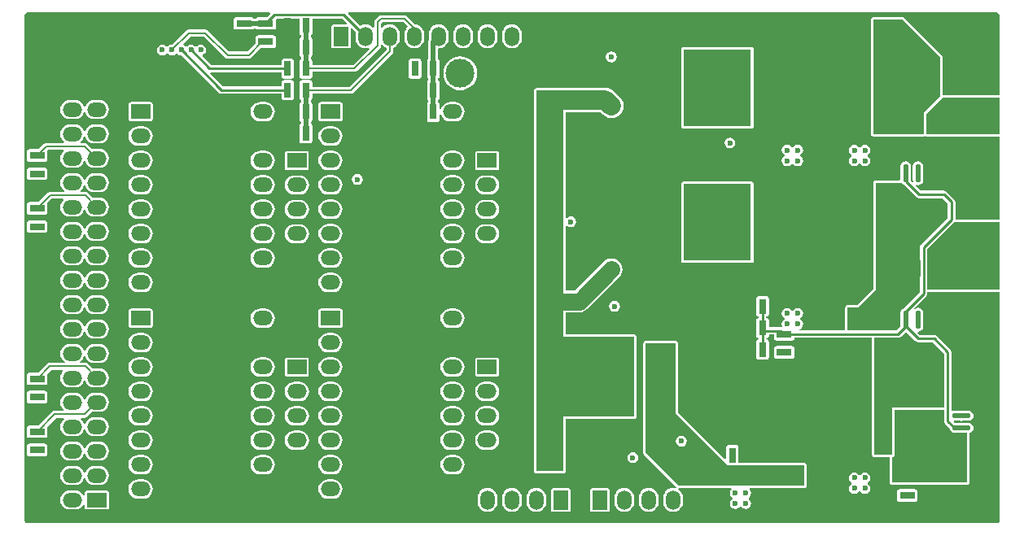
<source format=gbl>
G04 Layer_Physical_Order=4*
G04 Layer_Color=16711680*
%FSLAX44Y44*%
%MOMM*%
G71*
G01*
G75*
%ADD10R,1.6000X0.8000*%
%ADD12R,0.8000X1.6000*%
%ADD21C,0.5000*%
%ADD22C,0.2032*%
%ADD24C,1.7500*%
%ADD25C,2.0000*%
%ADD26C,3.0000*%
%ADD27C,1.5000*%
%ADD28R,2.0000X1.5000*%
%ADD29O,2.0000X1.5000*%
%ADD30R,1.5000X2.0000*%
%ADD31O,1.5000X2.0000*%
%ADD32C,0.6000*%
%ADD33C,2.0000*%
%ADD34O,0.5500X1.9500*%
%ADD35R,0.5500X1.9500*%
%ADD36O,1.9500X0.5500*%
%ADD37R,1.9500X0.5500*%
%ADD38R,1.5000X3.2000*%
%ADD39R,7.0000X8.0000*%
%ADD40R,3.0000X1.6000*%
%ADD41C,0.2540*%
G36*
X1265851Y657000D02*
X1189590D01*
Y677927D01*
X1205831Y694169D01*
X1206387Y695000D01*
X1265851D01*
Y657000D01*
D02*
G37*
G36*
X1208115Y358000D02*
X1208411Y356513D01*
X1209253Y355253D01*
X1214243Y350263D01*
X1214517Y348886D01*
X1215686Y347136D01*
X1217436Y345967D01*
X1219500Y345556D01*
X1232000D01*
Y294000D01*
X1154000D01*
Y320410D01*
X1154991Y320607D01*
X1155831Y321169D01*
X1156393Y322009D01*
X1156590Y323000D01*
Y369410D01*
X1208115D01*
Y358000D01*
D02*
G37*
G36*
X255000Y783351D02*
X255000Y783351D01*
X255000Y783351D01*
X506698D01*
X507183Y782177D01*
X503596Y778590D01*
X494500D01*
X493509Y778393D01*
X492669Y777831D01*
X492206Y777139D01*
X490294D01*
X489831Y777831D01*
X488991Y778393D01*
X488000Y778590D01*
X472000D01*
X471009Y778393D01*
X470169Y777831D01*
X469607Y776991D01*
X469410Y776000D01*
Y768000D01*
X469607Y767009D01*
X470169Y766169D01*
X471009Y765607D01*
X472000Y765410D01*
X488000D01*
X488991Y765607D01*
X489831Y766169D01*
X490294Y766861D01*
X492206D01*
X492669Y766169D01*
X493509Y765607D01*
X494500Y765410D01*
X510500D01*
X511491Y765607D01*
X512331Y766169D01*
X512893Y767009D01*
X513090Y768000D01*
Y776000D01*
X514163Y777115D01*
X537910D01*
Y762000D01*
X538107Y761009D01*
X538669Y760169D01*
X539361Y759706D01*
Y757794D01*
X538669Y757331D01*
X538107Y756491D01*
X537910Y755500D01*
Y739500D01*
X538107Y738509D01*
X538669Y737669D01*
X539361Y737206D01*
Y735294D01*
X538669Y734831D01*
X538107Y733991D01*
X537910Y733000D01*
Y717000D01*
X538107Y716009D01*
X538669Y715169D01*
X539509Y714607D01*
X540500Y714410D01*
X548500D01*
X549491Y714607D01*
X550331Y715169D01*
X550893Y716009D01*
X551090Y717000D01*
Y721374D01*
X595000D01*
X595000Y721374D01*
X596387Y721650D01*
X597564Y722436D01*
X621564Y746436D01*
X622350Y747613D01*
X622626Y749000D01*
X622626Y749000D01*
Y749477D01*
X623896Y749909D01*
X624639Y748939D01*
X626737Y747330D01*
X628174Y746735D01*
Y744302D01*
X589998Y706126D01*
X551090D01*
Y710500D01*
X550893Y711491D01*
X550331Y712331D01*
X549491Y712893D01*
X548500Y713090D01*
X540500D01*
X539509Y712893D01*
X538669Y712331D01*
X538107Y711491D01*
X537910Y710500D01*
Y694500D01*
X538107Y693509D01*
X538669Y692669D01*
X539361Y692206D01*
Y690294D01*
X538669Y689831D01*
X538107Y688991D01*
X537910Y688000D01*
Y672000D01*
X538107Y671009D01*
X538669Y670169D01*
X539361Y669706D01*
Y667794D01*
X538669Y667331D01*
X538107Y666491D01*
X537910Y665500D01*
Y649500D01*
X538107Y648509D01*
X538669Y647669D01*
X539509Y647107D01*
X540500Y646910D01*
X548500D01*
X549491Y647107D01*
X550331Y647669D01*
X550893Y648509D01*
X551090Y649500D01*
Y665500D01*
X550893Y666491D01*
X550331Y667331D01*
X549639Y667794D01*
Y669706D01*
X550331Y670169D01*
X550893Y671009D01*
X551090Y672000D01*
Y688000D01*
X550893Y688991D01*
X550331Y689831D01*
X549639Y690294D01*
Y692206D01*
X550331Y692669D01*
X550893Y693509D01*
X551090Y694500D01*
Y698874D01*
X591500D01*
X591500Y698874D01*
X592887Y699150D01*
X594064Y699936D01*
X634364Y740236D01*
X634364Y740236D01*
X635150Y741413D01*
X635426Y742800D01*
Y746735D01*
X636863Y747330D01*
X638961Y748939D01*
X640570Y751037D01*
X641582Y753479D01*
X641927Y756100D01*
Y761100D01*
X641582Y763721D01*
X640570Y766163D01*
X638961Y768261D01*
X636863Y769870D01*
X634421Y770882D01*
X631800Y771227D01*
X629179Y770882D01*
X626737Y769870D01*
X624639Y768261D01*
X623896Y767291D01*
X622626Y767722D01*
Y771626D01*
X624374Y773374D01*
X645498D01*
X650075Y768798D01*
X650039Y768261D01*
X648430Y766163D01*
X647418Y763721D01*
X647073Y761100D01*
Y756100D01*
X647418Y753479D01*
X648430Y751037D01*
X650039Y748939D01*
X652137Y747330D01*
X654579Y746318D01*
X657200Y745973D01*
X659821Y746318D01*
X662263Y747330D01*
X664361Y748939D01*
X665970Y751037D01*
X666982Y753479D01*
X667327Y756100D01*
Y761100D01*
X666982Y763721D01*
X665970Y766163D01*
X664361Y768261D01*
X662263Y769870D01*
X659821Y770882D01*
X658007Y771120D01*
X649564Y779564D01*
X648388Y780350D01*
X647000Y780626D01*
X647000Y780626D01*
X622873D01*
X621485Y780350D01*
X620309Y779564D01*
X620309Y779564D01*
X616436Y775691D01*
X615650Y774515D01*
X615374Y773128D01*
X615374Y773127D01*
Y767983D01*
X614104Y767552D01*
X613561Y768261D01*
X611463Y769870D01*
X609021Y770882D01*
X606400Y771227D01*
X603779Y770882D01*
X601337Y769870D01*
X600933Y769560D01*
X588316Y782177D01*
X588802Y783351D01*
X1263000Y783351D01*
X1263567Y783351D01*
X1264615Y782916D01*
X1265417Y782115D01*
X1265851Y781067D01*
X1265851Y780500D01*
Y697590D01*
X1206590D01*
Y737000D01*
X1206393Y737991D01*
X1205831Y738831D01*
X1166831Y777831D01*
X1165991Y778393D01*
X1165000Y778590D01*
X1135000D01*
X1134009Y778393D01*
X1133169Y777831D01*
X1132607Y776991D01*
X1132410Y776000D01*
Y657000D01*
X1132607Y656009D01*
X1133169Y655169D01*
X1134009Y654607D01*
X1135000Y654410D01*
X1187000Y654410D01*
X1187991Y654607D01*
X1188295Y654810D01*
X1188599Y654607D01*
X1189590Y654410D01*
X1265851D01*
Y567590D01*
X1238462D01*
X1238294Y567556D01*
X1238124Y567568D01*
X1237500Y567486D01*
X1236876Y567568D01*
X1236706Y567556D01*
X1236538Y567590D01*
X1220221D01*
X1219885Y568000D01*
Y586000D01*
X1219589Y587487D01*
X1218747Y588747D01*
X1210747Y596747D01*
X1209487Y597589D01*
X1208000Y597885D01*
X1183609D01*
X1178571Y602923D01*
X1178754Y603313D01*
X1179319Y603970D01*
X1181150Y603606D01*
X1183214Y604017D01*
X1184964Y605186D01*
X1186133Y606936D01*
X1186544Y609000D01*
Y614719D01*
X1186798Y616000D01*
X1186544Y617281D01*
Y623000D01*
X1186133Y625064D01*
X1184964Y626814D01*
X1183214Y627983D01*
X1181150Y628394D01*
X1179086Y627983D01*
X1177336Y626814D01*
X1176167Y625064D01*
X1175756Y623000D01*
Y617281D01*
X1175501Y616000D01*
X1175756Y614719D01*
Y609000D01*
X1176121Y607169D01*
X1175463Y606604D01*
X1175073Y606421D01*
X1173620Y607874D01*
X1173844Y609000D01*
Y623000D01*
X1173433Y625064D01*
X1172264Y626814D01*
X1170514Y627983D01*
X1168450Y628394D01*
X1166386Y627983D01*
X1164636Y626814D01*
X1163467Y625064D01*
X1163056Y623000D01*
Y609860D01*
X1161956Y608590D01*
X1152500D01*
X1152500Y608590D01*
X1137500D01*
X1137500Y608590D01*
X1137000D01*
X1136009Y608393D01*
X1135169Y607831D01*
X1134607Y606991D01*
X1134410Y606000D01*
X1134410Y495073D01*
X1117927Y478590D01*
X1108000D01*
X1107009Y478393D01*
X1106169Y477831D01*
X1105607Y476991D01*
X1105410Y476000D01*
Y452385D01*
X1057649D01*
X1057524Y453655D01*
X1058162Y453781D01*
X1059994Y455006D01*
X1061219Y456838D01*
X1061648Y459000D01*
X1061219Y461162D01*
X1059994Y462994D01*
X1058883Y463736D01*
Y465264D01*
X1059994Y466006D01*
X1061219Y467838D01*
X1061648Y470000D01*
X1061219Y472162D01*
X1059994Y473994D01*
X1058162Y475219D01*
X1056000Y475648D01*
X1053838Y475219D01*
X1052006Y473994D01*
X1051264Y472883D01*
X1049736D01*
X1048994Y473994D01*
X1047162Y475219D01*
X1045000Y475648D01*
X1042838Y475219D01*
X1041006Y473994D01*
X1039781Y472162D01*
X1039352Y470000D01*
X1039781Y467838D01*
X1041006Y466006D01*
X1042117Y465264D01*
Y463736D01*
X1041006Y462994D01*
X1039781Y461162D01*
X1039352Y459000D01*
X1039781Y456838D01*
X1038951Y455795D01*
X1038500Y455885D01*
X1026090D01*
Y463000D01*
X1025893Y463991D01*
X1025331Y464831D01*
X1024491Y465393D01*
X1023500Y465590D01*
X1023385D01*
Y466910D01*
X1023500D01*
X1024491Y467107D01*
X1025331Y467669D01*
X1025893Y468509D01*
X1026090Y469500D01*
Y485500D01*
X1025893Y486491D01*
X1025331Y487331D01*
X1024491Y487893D01*
X1023500Y488090D01*
X1015500D01*
X1014509Y487893D01*
X1013669Y487331D01*
X1013107Y486491D01*
X1012910Y485500D01*
Y469500D01*
X1013107Y468509D01*
X1013669Y467669D01*
X1014509Y467107D01*
X1015500Y466910D01*
X1015615D01*
Y465590D01*
X1015500D01*
X1014509Y465393D01*
X1013669Y464831D01*
X1013107Y463991D01*
X1012910Y463000D01*
Y447000D01*
X1013107Y446009D01*
X1013669Y445169D01*
X1014509Y444607D01*
X1015500Y444410D01*
X1015615D01*
Y443090D01*
X1015500D01*
X1014509Y442893D01*
X1013669Y442331D01*
X1013107Y441491D01*
X1012910Y440500D01*
Y424500D01*
X1013107Y423509D01*
X1013669Y422669D01*
X1014509Y422107D01*
X1015500Y421910D01*
X1023500D01*
X1024491Y422107D01*
X1025331Y422669D01*
X1025893Y423509D01*
X1026090Y424500D01*
Y440500D01*
X1025893Y441491D01*
X1025331Y442331D01*
X1024491Y442893D01*
X1023500Y443090D01*
X1023385D01*
Y444410D01*
X1023500D01*
X1024491Y444607D01*
X1025331Y445169D01*
X1025893Y446009D01*
X1026090Y447000D01*
Y448115D01*
X1031410D01*
Y444500D01*
X1031607Y443509D01*
X1032169Y442669D01*
X1033009Y442107D01*
X1034000Y441910D01*
X1050000D01*
X1050991Y442107D01*
X1051831Y442669D01*
X1052393Y443509D01*
X1052590Y444500D01*
Y444615D01*
X1133410D01*
X1133410Y323000D01*
X1133607Y322009D01*
X1134169Y321169D01*
X1135009Y320607D01*
X1136000Y320410D01*
X1151410D01*
Y294000D01*
X1151607Y293009D01*
X1152169Y292169D01*
X1153009Y291607D01*
X1154000Y291410D01*
X1232000D01*
X1232991Y291607D01*
X1233831Y292169D01*
X1234393Y293009D01*
X1234590Y294000D01*
Y345556D01*
X1234548Y345765D01*
X1235564Y345967D01*
X1237314Y347136D01*
X1238483Y348886D01*
X1238894Y350950D01*
X1238483Y353014D01*
X1237314Y354764D01*
X1235564Y355933D01*
X1233500Y356344D01*
X1219500D01*
X1219208Y356286D01*
X1218292Y357202D01*
X1218918Y358372D01*
X1219500Y358256D01*
X1225219D01*
X1226500Y358002D01*
X1227782Y358256D01*
X1233500D01*
X1235564Y358667D01*
X1237314Y359836D01*
X1238483Y361586D01*
X1238894Y363650D01*
X1238483Y365714D01*
X1237314Y367464D01*
X1235564Y368633D01*
X1233500Y369044D01*
X1227782D01*
X1226500Y369299D01*
X1225219Y369044D01*
X1219500D01*
X1217436Y368633D01*
X1217005Y368345D01*
X1215885Y368944D01*
Y430000D01*
X1215589Y431487D01*
X1214747Y432747D01*
X1200747Y446747D01*
X1199487Y447589D01*
X1198000Y447885D01*
X1182609D01*
X1180566Y449928D01*
X1181150Y451106D01*
X1183214Y451517D01*
X1184964Y452686D01*
X1186133Y454436D01*
X1186544Y456500D01*
Y462219D01*
X1186798Y463500D01*
X1186544Y464781D01*
Y470500D01*
X1186133Y472564D01*
X1184964Y474314D01*
X1183214Y475483D01*
X1181150Y475894D01*
X1179086Y475483D01*
X1178142Y474852D01*
X1177333Y475839D01*
X1189747Y488253D01*
X1190589Y489513D01*
X1190885Y491000D01*
Y492410D01*
X1265851D01*
Y254500D01*
X1265851Y253933D01*
X1265416Y252885D01*
X1264615Y252083D01*
X1263567Y251649D01*
X255000D01*
X254333Y251649D01*
X253102Y252160D01*
X252160Y253102D01*
X251649Y254333D01*
Y255000D01*
X251649Y780000D01*
X251649Y780000D01*
X251649Y780000D01*
X251649Y780667D01*
X252160Y781898D01*
X253102Y782840D01*
X254333Y783351D01*
X255000Y783351D01*
D02*
G37*
G36*
X1204000Y737000D02*
Y696000D01*
X1187000Y679000D01*
Y657000D01*
X1135000Y657000D01*
Y776000D01*
X1165000D01*
X1204000Y737000D01*
D02*
G37*
G36*
X1178253Y441253D02*
X1179513Y440411D01*
X1179760Y440362D01*
X1181000Y440115D01*
X1196391D01*
X1208115Y428391D01*
Y372000D01*
X1154000D01*
Y323000D01*
X1136000D01*
X1136000Y444615D01*
X1160500D01*
X1161987Y444911D01*
X1163247Y445753D01*
X1168500Y451006D01*
X1178253Y441253D01*
D02*
G37*
G36*
X1265851Y495000D02*
X1190885D01*
Y537391D01*
X1218494Y565000D01*
X1236538D01*
X1237500Y564873D01*
X1238462Y565000D01*
X1265851D01*
Y495000D01*
D02*
G37*
G36*
X1164092Y606000D02*
X1164636Y605186D01*
X1166386Y604017D01*
X1166515Y603991D01*
X1179253Y591253D01*
X1180513Y590411D01*
X1182000Y590115D01*
X1206391D01*
X1212115Y584391D01*
Y569609D01*
X1188506Y546000D01*
X1188000Y546000D01*
Y545494D01*
X1184253Y541747D01*
X1183411Y540487D01*
X1183115Y539000D01*
Y492609D01*
X1165703Y475197D01*
X1165498Y474890D01*
X1164636Y474314D01*
X1163467Y472564D01*
X1163056Y470500D01*
Y456550D01*
X1158891Y452385D01*
X1108000D01*
Y476000D01*
X1119000D01*
X1137000Y494000D01*
X1137000Y606000D01*
X1164092Y606000D01*
D02*
G37*
G36*
X587143Y772363D02*
X586657Y771190D01*
X573500D01*
X572509Y770993D01*
X571669Y770431D01*
X571107Y769591D01*
X570910Y768600D01*
Y748600D01*
X571107Y747609D01*
X571669Y746769D01*
X572509Y746207D01*
X573500Y746010D01*
X588500D01*
X589491Y746207D01*
X590331Y746769D01*
X590893Y747609D01*
X591090Y748600D01*
Y766757D01*
X592263Y767243D01*
X596521Y762985D01*
X596273Y761100D01*
Y756100D01*
X596618Y753479D01*
X597630Y751037D01*
X599239Y748939D01*
X601337Y747330D01*
X603779Y746318D01*
X606400Y745973D01*
X609021Y746318D01*
X609659Y746583D01*
X610379Y745506D01*
X593498Y728626D01*
X551090D01*
Y733000D01*
X550893Y733991D01*
X550331Y734831D01*
X549639Y735294D01*
Y737206D01*
X550331Y737669D01*
X550893Y738509D01*
X551090Y739500D01*
Y755500D01*
X550893Y756491D01*
X550331Y757331D01*
X549639Y757794D01*
Y759706D01*
X550331Y760169D01*
X550893Y761009D01*
X551090Y762000D01*
Y777115D01*
X582391D01*
X587143Y772363D01*
D02*
G37*
%LPC*%
G36*
X572500Y398927D02*
X567500D01*
X564879Y398582D01*
X562437Y397570D01*
X560339Y395961D01*
X558730Y393863D01*
X557718Y391421D01*
X557373Y388800D01*
X557718Y386179D01*
X558730Y383737D01*
X560339Y381639D01*
X562437Y380030D01*
X564879Y379018D01*
X567500Y378673D01*
X572500D01*
X575121Y379018D01*
X577563Y380030D01*
X579661Y381639D01*
X581270Y383737D01*
X582282Y386179D01*
X582627Y388800D01*
X582282Y391421D01*
X581270Y393863D01*
X579661Y395961D01*
X577563Y397570D01*
X575121Y398582D01*
X572500Y398927D01*
D02*
G37*
G36*
X502000D02*
X497000D01*
X494379Y398582D01*
X491937Y397570D01*
X489839Y395961D01*
X488230Y393863D01*
X487218Y391421D01*
X486873Y388800D01*
X487218Y386179D01*
X488230Y383737D01*
X489839Y381639D01*
X491937Y380030D01*
X494379Y379018D01*
X497000Y378673D01*
X502000D01*
X504621Y379018D01*
X507063Y380030D01*
X509161Y381639D01*
X510770Y383737D01*
X511782Y386179D01*
X512127Y388800D01*
X511782Y391421D01*
X510770Y393863D01*
X509161Y395961D01*
X507063Y397570D01*
X504621Y398582D01*
X502000Y398927D01*
D02*
G37*
G36*
X865500Y483148D02*
X863338Y482719D01*
X861506Y481494D01*
X860282Y479662D01*
X859852Y477500D01*
X860282Y475338D01*
X861506Y473506D01*
X863338Y472281D01*
X865500Y471852D01*
X867662Y472281D01*
X869494Y473506D01*
X870719Y475338D01*
X871149Y477500D01*
X870719Y479662D01*
X869494Y481494D01*
X867662Y482719D01*
X865500Y483148D01*
D02*
G37*
G36*
X329500Y387727D02*
X324500D01*
X321879Y387382D01*
X319437Y386370D01*
X317339Y384761D01*
X315730Y382663D01*
X314987Y380870D01*
X313613D01*
X312870Y382663D01*
X311261Y384761D01*
X309163Y386370D01*
X306721Y387382D01*
X304100Y387727D01*
X299100D01*
X296479Y387382D01*
X294037Y386370D01*
X291939Y384761D01*
X290330Y382663D01*
X289318Y380221D01*
X288973Y377600D01*
X289318Y374979D01*
X290330Y372537D01*
X291939Y370439D01*
X292648Y369896D01*
X292217Y368626D01*
X283000D01*
X283000Y368626D01*
X281612Y368350D01*
X280436Y367564D01*
X266462Y353590D01*
X257000D01*
X256009Y353393D01*
X255169Y352831D01*
X254607Y351991D01*
X254410Y351000D01*
Y343000D01*
X254607Y342009D01*
X255169Y341169D01*
X256009Y340607D01*
X257000Y340410D01*
X273000D01*
X273991Y340607D01*
X274831Y341169D01*
X275393Y342009D01*
X275590Y343000D01*
Y351000D01*
X275393Y351991D01*
X275283Y352155D01*
X284502Y361374D01*
X292477D01*
X292909Y360104D01*
X291939Y359361D01*
X290330Y357263D01*
X289318Y354821D01*
X288973Y352200D01*
X289318Y349579D01*
X290330Y347137D01*
X291939Y345039D01*
X294037Y343430D01*
X296479Y342418D01*
X299100Y342073D01*
X304100D01*
X306721Y342418D01*
X309163Y343430D01*
X311261Y345039D01*
X312870Y347137D01*
X313613Y348930D01*
X314987D01*
X315730Y347137D01*
X317339Y345039D01*
X319437Y343430D01*
X321879Y342418D01*
X324500Y342073D01*
X329500D01*
X332121Y342418D01*
X334563Y343430D01*
X336661Y345039D01*
X338270Y347137D01*
X339282Y349579D01*
X339627Y352200D01*
X339282Y354821D01*
X338270Y357263D01*
X336661Y359361D01*
X334563Y360970D01*
X332121Y361982D01*
X329500Y362327D01*
X324500D01*
X321879Y361982D01*
X319437Y360970D01*
X317339Y359361D01*
X315730Y357263D01*
X314987Y355470D01*
X313613D01*
X312870Y357263D01*
X311261Y359361D01*
X310291Y360104D01*
X310723Y361374D01*
X314400D01*
X314400Y361374D01*
X315788Y361650D01*
X316964Y362436D01*
X322292Y367764D01*
X324500Y367473D01*
X329500D01*
X332121Y367818D01*
X334563Y368830D01*
X336661Y370439D01*
X338270Y372537D01*
X339282Y374979D01*
X339627Y377600D01*
X339282Y380221D01*
X338270Y382663D01*
X336661Y384761D01*
X334563Y386370D01*
X332121Y387382D01*
X329500Y387727D01*
D02*
G37*
G36*
X699500Y398927D02*
X694500D01*
X691879Y398582D01*
X689437Y397570D01*
X687339Y395961D01*
X685730Y393863D01*
X684718Y391421D01*
X684373Y388800D01*
X684718Y386179D01*
X685730Y383737D01*
X687339Y381639D01*
X689437Y380030D01*
X691879Y379018D01*
X694500Y378673D01*
X699500D01*
X702121Y379018D01*
X704563Y380030D01*
X706661Y381639D01*
X708270Y383737D01*
X709282Y386179D01*
X709627Y388800D01*
X709282Y391421D01*
X708270Y393863D01*
X706661Y395961D01*
X704563Y397570D01*
X702121Y398582D01*
X699500Y398927D01*
D02*
G37*
G36*
X329500Y463927D02*
X324500D01*
X321879Y463582D01*
X319437Y462570D01*
X317339Y460961D01*
X315730Y458863D01*
X314987Y457070D01*
X313613D01*
X312870Y458863D01*
X311261Y460961D01*
X309163Y462570D01*
X306721Y463582D01*
X304100Y463927D01*
X299100D01*
X296479Y463582D01*
X294037Y462570D01*
X291939Y460961D01*
X290330Y458863D01*
X289318Y456421D01*
X288973Y453800D01*
X289318Y451179D01*
X290330Y448737D01*
X291939Y446639D01*
X294037Y445030D01*
X296479Y444018D01*
X299100Y443673D01*
X304100D01*
X306721Y444018D01*
X309163Y445030D01*
X311261Y446639D01*
X312870Y448737D01*
X313613Y450530D01*
X314987D01*
X315730Y448737D01*
X317339Y446639D01*
X319437Y445030D01*
X321879Y444018D01*
X324500Y443673D01*
X329500D01*
X332121Y444018D01*
X334563Y445030D01*
X336661Y446639D01*
X338270Y448737D01*
X339282Y451179D01*
X339627Y453800D01*
X339282Y456421D01*
X338270Y458863D01*
X336661Y460961D01*
X334563Y462570D01*
X332121Y463582D01*
X329500Y463927D01*
D02*
G37*
G36*
X699500Y373527D02*
X694500D01*
X691879Y373182D01*
X689437Y372170D01*
X687339Y370561D01*
X685730Y368463D01*
X684718Y366021D01*
X684373Y363400D01*
X684718Y360779D01*
X685730Y358337D01*
X687339Y356239D01*
X689437Y354630D01*
X691879Y353618D01*
X694500Y353273D01*
X699500D01*
X702121Y353618D01*
X704563Y354630D01*
X706661Y356239D01*
X708270Y358337D01*
X709282Y360779D01*
X709627Y363400D01*
X709282Y366021D01*
X708270Y368463D01*
X706661Y370561D01*
X704563Y372170D01*
X702121Y373182D01*
X699500Y373527D01*
D02*
G37*
G36*
X572500D02*
X567500D01*
X564879Y373182D01*
X562437Y372170D01*
X560339Y370561D01*
X558730Y368463D01*
X557718Y366021D01*
X557373Y363400D01*
X557718Y360779D01*
X558730Y358337D01*
X560339Y356239D01*
X562437Y354630D01*
X564879Y353618D01*
X567500Y353273D01*
X572500D01*
X575121Y353618D01*
X577563Y354630D01*
X579661Y356239D01*
X581270Y358337D01*
X582282Y360779D01*
X582627Y363400D01*
X582282Y366021D01*
X581270Y368463D01*
X579661Y370561D01*
X577563Y372170D01*
X575121Y373182D01*
X572500Y373527D01*
D02*
G37*
G36*
X502000D02*
X497000D01*
X494379Y373182D01*
X491937Y372170D01*
X489839Y370561D01*
X488230Y368463D01*
X487218Y366021D01*
X486873Y363400D01*
X487218Y360779D01*
X488230Y358337D01*
X489839Y356239D01*
X491937Y354630D01*
X494379Y353618D01*
X497000Y353273D01*
X502000D01*
X504621Y353618D01*
X507063Y354630D01*
X509161Y356239D01*
X510770Y358337D01*
X511782Y360779D01*
X512127Y363400D01*
X511782Y366021D01*
X510770Y368463D01*
X509161Y370561D01*
X507063Y372170D01*
X504621Y373182D01*
X502000Y373527D01*
D02*
G37*
G36*
X273000Y389590D02*
X257000D01*
X256009Y389393D01*
X255169Y388831D01*
X254607Y387991D01*
X254410Y387000D01*
Y379000D01*
X254607Y378009D01*
X255169Y377169D01*
X256009Y376607D01*
X257000Y376410D01*
X264704D01*
X265000Y376352D01*
X265296Y376410D01*
X273000D01*
X273991Y376607D01*
X274831Y377169D01*
X275393Y378009D01*
X275590Y379000D01*
Y387000D01*
X275393Y387991D01*
X274831Y388831D01*
X273991Y389393D01*
X273000Y389590D01*
D02*
G37*
G36*
X375000Y398927D02*
X370000D01*
X367379Y398582D01*
X364937Y397570D01*
X362839Y395961D01*
X361230Y393863D01*
X360218Y391421D01*
X359873Y388800D01*
X360218Y386179D01*
X361230Y383737D01*
X362839Y381639D01*
X364937Y380030D01*
X367379Y379018D01*
X370000Y378673D01*
X375000D01*
X377621Y379018D01*
X380063Y380030D01*
X382161Y381639D01*
X383770Y383737D01*
X384782Y386179D01*
X385127Y388800D01*
X384782Y391421D01*
X383770Y393863D01*
X382161Y395961D01*
X380063Y397570D01*
X377621Y398582D01*
X375000Y398927D01*
D02*
G37*
G36*
X735500Y398827D02*
X730500D01*
X727879Y398482D01*
X725437Y397470D01*
X723339Y395861D01*
X721730Y393763D01*
X720718Y391321D01*
X720373Y388700D01*
X720718Y386079D01*
X721730Y383637D01*
X723339Y381539D01*
X725437Y379930D01*
X727879Y378918D01*
X730500Y378573D01*
X735500D01*
X738121Y378918D01*
X740563Y379930D01*
X742661Y381539D01*
X744270Y383637D01*
X745282Y386079D01*
X745627Y388700D01*
X745282Y391321D01*
X744270Y393763D01*
X742661Y395861D01*
X740563Y397470D01*
X738121Y398482D01*
X735500Y398827D01*
D02*
G37*
G36*
X537500D02*
X532500D01*
X529879Y398482D01*
X527437Y397470D01*
X525339Y395861D01*
X523730Y393763D01*
X522718Y391321D01*
X522373Y388700D01*
X522718Y386079D01*
X523730Y383637D01*
X525339Y381539D01*
X527437Y379930D01*
X529879Y378918D01*
X532500Y378573D01*
X537500D01*
X540121Y378918D01*
X542563Y379930D01*
X544661Y381539D01*
X546270Y383637D01*
X547282Y386079D01*
X547627Y388700D01*
X547282Y391321D01*
X546270Y393763D01*
X544661Y395861D01*
X542563Y397470D01*
X540121Y398482D01*
X537500Y398827D01*
D02*
G37*
G36*
X580000Y475090D02*
X560000D01*
X559009Y474893D01*
X558169Y474331D01*
X557607Y473491D01*
X557410Y472500D01*
Y457500D01*
X557607Y456509D01*
X558169Y455669D01*
X559009Y455107D01*
X560000Y454910D01*
X580000D01*
X580991Y455107D01*
X581831Y455669D01*
X582393Y456509D01*
X582590Y457500D01*
Y472500D01*
X582393Y473491D01*
X581831Y474331D01*
X580991Y474893D01*
X580000Y475090D01*
D02*
G37*
G36*
X375000Y449727D02*
X370000D01*
X367379Y449382D01*
X364937Y448370D01*
X362839Y446761D01*
X361230Y444663D01*
X360218Y442221D01*
X359873Y439600D01*
X360218Y436979D01*
X361230Y434537D01*
X362839Y432439D01*
X364937Y430830D01*
X367379Y429818D01*
X370000Y429473D01*
X375000D01*
X377621Y429818D01*
X380063Y430830D01*
X382161Y432439D01*
X383770Y434537D01*
X384782Y436979D01*
X385127Y439600D01*
X384782Y442221D01*
X383770Y444663D01*
X382161Y446761D01*
X380063Y448370D01*
X377621Y449382D01*
X375000Y449727D01*
D02*
G37*
G36*
X1050000Y436090D02*
X1034000D01*
X1033009Y435893D01*
X1032169Y435331D01*
X1031607Y434491D01*
X1031410Y433500D01*
Y425500D01*
X1031607Y424509D01*
X1032169Y423669D01*
X1033009Y423107D01*
X1034000Y422910D01*
X1050000D01*
X1050991Y423107D01*
X1051831Y423669D01*
X1052393Y424509D01*
X1052590Y425500D01*
Y433500D01*
X1052393Y434491D01*
X1051831Y435331D01*
X1050991Y435893D01*
X1050000Y436090D01*
D02*
G37*
G36*
X699500Y424327D02*
X694500D01*
X691879Y423982D01*
X689437Y422970D01*
X687339Y421361D01*
X685730Y419263D01*
X684718Y416821D01*
X684373Y414200D01*
X684718Y411579D01*
X685730Y409137D01*
X687339Y407039D01*
X689437Y405430D01*
X691879Y404418D01*
X694500Y404073D01*
X699500D01*
X702121Y404418D01*
X704563Y405430D01*
X706661Y407039D01*
X708270Y409137D01*
X709282Y411579D01*
X709627Y414200D01*
X709282Y416821D01*
X708270Y419263D01*
X706661Y421361D01*
X704563Y422970D01*
X702121Y423982D01*
X699500Y424327D01*
D02*
G37*
G36*
X329500Y438527D02*
X324500D01*
X321879Y438182D01*
X319437Y437170D01*
X317339Y435561D01*
X315730Y433463D01*
X314987Y431670D01*
X313613D01*
X312870Y433463D01*
X311261Y435561D01*
X309163Y437170D01*
X306721Y438182D01*
X304100Y438527D01*
X299100D01*
X296479Y438182D01*
X294037Y437170D01*
X291939Y435561D01*
X290330Y433463D01*
X289318Y431021D01*
X288973Y428400D01*
X289318Y425779D01*
X290330Y423337D01*
X291939Y421239D01*
X293690Y419896D01*
X293259Y418626D01*
X278000D01*
X278000Y418626D01*
X276613Y418350D01*
X275436Y417564D01*
X266462Y408590D01*
X257000D01*
X256009Y408393D01*
X255169Y407831D01*
X254607Y406991D01*
X254410Y406000D01*
Y398000D01*
X254607Y397009D01*
X255169Y396169D01*
X256009Y395607D01*
X257000Y395410D01*
X273000D01*
X273991Y395607D01*
X274831Y396169D01*
X275393Y397009D01*
X275590Y398000D01*
Y406000D01*
X275393Y406991D01*
X275283Y407155D01*
X279502Y411374D01*
X291546D01*
X291826Y410549D01*
X291896Y410104D01*
X290330Y408063D01*
X289318Y405621D01*
X288973Y403000D01*
X289318Y400379D01*
X290330Y397937D01*
X291939Y395839D01*
X294037Y394230D01*
X296479Y393218D01*
X299100Y392873D01*
X304100D01*
X306721Y393218D01*
X309163Y394230D01*
X311261Y395839D01*
X312870Y397937D01*
X313613Y399730D01*
X314987D01*
X315730Y397937D01*
X317339Y395839D01*
X319437Y394230D01*
X321879Y393218D01*
X324500Y392873D01*
X329500D01*
X332121Y393218D01*
X334563Y394230D01*
X336661Y395839D01*
X338270Y397937D01*
X339282Y400379D01*
X339627Y403000D01*
X339282Y405621D01*
X338270Y408063D01*
X336661Y410161D01*
X334563Y411770D01*
X332121Y412782D01*
X329500Y413127D01*
X324500D01*
X322292Y412836D01*
X317564Y417564D01*
X316388Y418350D01*
X315000Y418626D01*
X315000Y418626D01*
X309941D01*
X309510Y419896D01*
X311261Y421239D01*
X312870Y423337D01*
X313613Y425130D01*
X314987D01*
X315730Y423337D01*
X317339Y421239D01*
X319437Y419630D01*
X321879Y418618D01*
X324500Y418273D01*
X329500D01*
X332121Y418618D01*
X334563Y419630D01*
X336661Y421239D01*
X338270Y423337D01*
X339282Y425779D01*
X339627Y428400D01*
X339282Y431021D01*
X338270Y433463D01*
X336661Y435561D01*
X334563Y437170D01*
X332121Y438182D01*
X329500Y438527D01*
D02*
G37*
G36*
X502000Y475127D02*
X497000D01*
X494379Y474782D01*
X491937Y473770D01*
X489839Y472161D01*
X488230Y470063D01*
X487218Y467621D01*
X486873Y465000D01*
X487218Y462379D01*
X488230Y459937D01*
X489839Y457839D01*
X491937Y456230D01*
X494379Y455218D01*
X497000Y454873D01*
X502000D01*
X504621Y455218D01*
X507063Y456230D01*
X509161Y457839D01*
X510770Y459937D01*
X511782Y462379D01*
X512127Y465000D01*
X511782Y467621D01*
X510770Y470063D01*
X509161Y472161D01*
X507063Y473770D01*
X504621Y474782D01*
X502000Y475127D01*
D02*
G37*
G36*
X572500Y449727D02*
X567500D01*
X564879Y449382D01*
X562437Y448370D01*
X560339Y446761D01*
X558730Y444663D01*
X557718Y442221D01*
X557373Y439600D01*
X557718Y436979D01*
X558730Y434537D01*
X560339Y432439D01*
X562437Y430830D01*
X564879Y429818D01*
X567500Y429473D01*
X572500D01*
X575121Y429818D01*
X577563Y430830D01*
X579661Y432439D01*
X581270Y434537D01*
X582282Y436979D01*
X582627Y439600D01*
X582282Y442221D01*
X581270Y444663D01*
X579661Y446761D01*
X577563Y448370D01*
X575121Y449382D01*
X572500Y449727D01*
D02*
G37*
G36*
Y424327D02*
X567500D01*
X564879Y423982D01*
X562437Y422970D01*
X560339Y421361D01*
X558730Y419263D01*
X557718Y416821D01*
X557373Y414200D01*
X557718Y411579D01*
X558730Y409137D01*
X560339Y407039D01*
X562437Y405430D01*
X564879Y404418D01*
X567500Y404073D01*
X572500D01*
X575121Y404418D01*
X577563Y405430D01*
X579661Y407039D01*
X581270Y409137D01*
X582282Y411579D01*
X582627Y414200D01*
X582282Y416821D01*
X581270Y419263D01*
X579661Y421361D01*
X577563Y422970D01*
X575121Y423982D01*
X572500Y424327D01*
D02*
G37*
G36*
X382500Y475090D02*
X362500D01*
X361509Y474893D01*
X360669Y474331D01*
X360107Y473491D01*
X359910Y472500D01*
Y457500D01*
X360107Y456509D01*
X360669Y455669D01*
X361509Y455107D01*
X362500Y454910D01*
X382500D01*
X383491Y455107D01*
X384331Y455669D01*
X384893Y456509D01*
X385090Y457500D01*
Y472500D01*
X384893Y473491D01*
X384331Y474331D01*
X383491Y474893D01*
X382500Y475090D01*
D02*
G37*
G36*
X743000Y424190D02*
X723000D01*
X722009Y423993D01*
X721169Y423431D01*
X720607Y422591D01*
X720410Y421600D01*
Y406600D01*
X720607Y405609D01*
X721169Y404769D01*
X722009Y404207D01*
X723000Y404010D01*
X743000D01*
X743991Y404207D01*
X744831Y404769D01*
X745393Y405609D01*
X745590Y406600D01*
Y421600D01*
X745393Y422591D01*
X744831Y423431D01*
X743991Y423993D01*
X743000Y424190D01*
D02*
G37*
G36*
X545000D02*
X525000D01*
X524009Y423993D01*
X523169Y423431D01*
X522607Y422591D01*
X522410Y421600D01*
Y406600D01*
X522607Y405609D01*
X523169Y404769D01*
X524009Y404207D01*
X525000Y404010D01*
X545000D01*
X545991Y404207D01*
X546831Y404769D01*
X547393Y405609D01*
X547590Y406600D01*
Y421600D01*
X547393Y422591D01*
X546831Y423431D01*
X545991Y423993D01*
X545000Y424190D01*
D02*
G37*
G36*
X502000Y424327D02*
X497000D01*
X494379Y423982D01*
X491937Y422970D01*
X489839Y421361D01*
X488230Y419263D01*
X487218Y416821D01*
X486873Y414200D01*
X487218Y411579D01*
X488230Y409137D01*
X489839Y407039D01*
X491937Y405430D01*
X494379Y404418D01*
X497000Y404073D01*
X502000D01*
X504621Y404418D01*
X507063Y405430D01*
X509161Y407039D01*
X510770Y409137D01*
X511782Y411579D01*
X512127Y414200D01*
X511782Y416821D01*
X510770Y419263D01*
X509161Y421361D01*
X507063Y422970D01*
X504621Y423982D01*
X502000Y424327D01*
D02*
G37*
G36*
X375000D02*
X370000D01*
X367379Y423982D01*
X364937Y422970D01*
X362839Y421361D01*
X361230Y419263D01*
X360218Y416821D01*
X359873Y414200D01*
X360218Y411579D01*
X361230Y409137D01*
X362839Y407039D01*
X364937Y405430D01*
X367379Y404418D01*
X370000Y404073D01*
X375000D01*
X377621Y404418D01*
X380063Y405430D01*
X382161Y407039D01*
X383770Y409137D01*
X384782Y411579D01*
X385127Y414200D01*
X384782Y416821D01*
X383770Y419263D01*
X382161Y421361D01*
X380063Y422970D01*
X377621Y423982D01*
X375000Y424327D01*
D02*
G37*
G36*
X699500Y475127D02*
X694500D01*
X691879Y474782D01*
X689437Y473770D01*
X687339Y472161D01*
X685730Y470063D01*
X684718Y467621D01*
X684373Y465000D01*
X684718Y462379D01*
X685730Y459937D01*
X687339Y457839D01*
X689437Y456230D01*
X691879Y455218D01*
X694500Y454873D01*
X699500D01*
X702121Y455218D01*
X704563Y456230D01*
X706661Y457839D01*
X708270Y459937D01*
X709282Y462379D01*
X709627Y465000D01*
X709282Y467621D01*
X708270Y470063D01*
X706661Y472161D01*
X704563Y473770D01*
X702121Y474782D01*
X699500Y475127D01*
D02*
G37*
G36*
X375000Y373527D02*
X370000D01*
X367379Y373182D01*
X364937Y372170D01*
X362839Y370561D01*
X361230Y368463D01*
X360218Y366021D01*
X359873Y363400D01*
X360218Y360779D01*
X361230Y358337D01*
X362839Y356239D01*
X364937Y354630D01*
X367379Y353618D01*
X370000Y353273D01*
X375000D01*
X377621Y353618D01*
X380063Y354630D01*
X382161Y356239D01*
X383770Y358337D01*
X384782Y360779D01*
X385127Y363400D01*
X384782Y366021D01*
X383770Y368463D01*
X382161Y370561D01*
X380063Y372170D01*
X377621Y373182D01*
X375000Y373527D01*
D02*
G37*
G36*
Y297327D02*
X370000D01*
X367379Y296982D01*
X364937Y295970D01*
X362839Y294361D01*
X361230Y292263D01*
X360218Y289821D01*
X359873Y287200D01*
X360218Y284579D01*
X361230Y282137D01*
X362839Y280039D01*
X364937Y278430D01*
X367379Y277418D01*
X370000Y277073D01*
X375000D01*
X377621Y277418D01*
X380063Y278430D01*
X382161Y280039D01*
X383770Y282137D01*
X384782Y284579D01*
X385127Y287200D01*
X384782Y289821D01*
X383770Y292263D01*
X382161Y294361D01*
X380063Y295970D01*
X377621Y296982D01*
X375000Y297327D01*
D02*
G37*
G36*
X1178000Y287090D02*
X1162000D01*
X1161009Y286893D01*
X1160169Y286331D01*
X1159607Y285491D01*
X1159410Y284500D01*
Y276500D01*
X1159607Y275509D01*
X1160169Y274669D01*
X1161009Y274107D01*
X1162000Y273910D01*
X1169704D01*
X1170000Y273852D01*
X1170296Y273910D01*
X1178000D01*
X1178991Y274107D01*
X1179831Y274669D01*
X1180393Y275509D01*
X1180590Y276500D01*
Y284500D01*
X1180393Y285491D01*
X1179831Y286331D01*
X1178991Y286893D01*
X1178000Y287090D01*
D02*
G37*
G36*
X304100Y286127D02*
X299100D01*
X296479Y285782D01*
X294037Y284770D01*
X291939Y283161D01*
X290330Y281063D01*
X289318Y278621D01*
X288973Y276000D01*
X289318Y273379D01*
X290330Y270937D01*
X291939Y268839D01*
X294037Y267230D01*
X296479Y266218D01*
X299100Y265873D01*
X304100D01*
X306721Y266218D01*
X309163Y267230D01*
X311261Y268839D01*
X312870Y270937D01*
X313140Y271589D01*
X314410Y271337D01*
Y268500D01*
X314607Y267509D01*
X315169Y266669D01*
X316009Y266107D01*
X317000Y265910D01*
X337000D01*
X337991Y266107D01*
X338831Y266669D01*
X339393Y267509D01*
X339590Y268500D01*
Y283500D01*
X339393Y284491D01*
X338831Y285331D01*
X337991Y285893D01*
X337000Y286090D01*
X317000D01*
X316009Y285893D01*
X315169Y285331D01*
X314607Y284491D01*
X314410Y283500D01*
Y280663D01*
X313140Y280411D01*
X312870Y281063D01*
X311261Y283161D01*
X309163Y284770D01*
X306721Y285782D01*
X304100Y286127D01*
D02*
G37*
G36*
X572500Y297327D02*
X567500D01*
X564879Y296982D01*
X562437Y295970D01*
X560339Y294361D01*
X558730Y292263D01*
X557718Y289821D01*
X557373Y287200D01*
X557718Y284579D01*
X558730Y282137D01*
X560339Y280039D01*
X562437Y278430D01*
X564879Y277418D01*
X567500Y277073D01*
X572500D01*
X575121Y277418D01*
X577563Y278430D01*
X579661Y280039D01*
X581270Y282137D01*
X582282Y284579D01*
X582627Y287200D01*
X582282Y289821D01*
X581270Y292263D01*
X579661Y294361D01*
X577563Y295970D01*
X575121Y296982D01*
X572500Y297327D01*
D02*
G37*
G36*
X375000Y322727D02*
X370000D01*
X367379Y322382D01*
X364937Y321370D01*
X362839Y319761D01*
X361230Y317663D01*
X360218Y315221D01*
X359873Y312600D01*
X360218Y309979D01*
X361230Y307537D01*
X362839Y305439D01*
X364937Y303830D01*
X367379Y302818D01*
X370000Y302473D01*
X375000D01*
X377621Y302818D01*
X380063Y303830D01*
X382161Y305439D01*
X383770Y307537D01*
X384782Y309979D01*
X385127Y312600D01*
X384782Y315221D01*
X383770Y317663D01*
X382161Y319761D01*
X380063Y321370D01*
X377621Y322382D01*
X375000Y322727D01*
D02*
G37*
G36*
X1126000Y304648D02*
X1123838Y304219D01*
X1122006Y302994D01*
X1121264Y301883D01*
X1119736D01*
X1118994Y302994D01*
X1117162Y304219D01*
X1115000Y304648D01*
X1112838Y304219D01*
X1111006Y302994D01*
X1109781Y301162D01*
X1109352Y299000D01*
X1109781Y296838D01*
X1111006Y295006D01*
X1112117Y294264D01*
Y292736D01*
X1111006Y291994D01*
X1109781Y290162D01*
X1109352Y288000D01*
X1109781Y285838D01*
X1111006Y284006D01*
X1112838Y282782D01*
X1115000Y282351D01*
X1117162Y282782D01*
X1118994Y284006D01*
X1119736Y285117D01*
X1121264D01*
X1122006Y284006D01*
X1123838Y282782D01*
X1126000Y282351D01*
X1128162Y282782D01*
X1129994Y284006D01*
X1131219Y285838D01*
X1131648Y288000D01*
X1131219Y290162D01*
X1129994Y291994D01*
X1128883Y292736D01*
Y294264D01*
X1129994Y295006D01*
X1131219Y296838D01*
X1131648Y299000D01*
X1131219Y301162D01*
X1129994Y302994D01*
X1128162Y304219D01*
X1126000Y304648D01*
D02*
G37*
G36*
X929000Y441590D02*
X898000D01*
X897009Y441393D01*
X896169Y440831D01*
X895607Y439991D01*
X895410Y439000D01*
X895410Y325000D01*
X895607Y324009D01*
X896169Y323169D01*
X930169Y289169D01*
X929461Y288116D01*
X929061Y288282D01*
X926440Y288627D01*
X923819Y288282D01*
X921377Y287270D01*
X919279Y285661D01*
X917670Y283563D01*
X916658Y281121D01*
X916313Y278500D01*
Y273500D01*
X916658Y270879D01*
X917670Y268437D01*
X919279Y266339D01*
X921377Y264730D01*
X923819Y263718D01*
X926440Y263373D01*
X929061Y263718D01*
X931503Y264730D01*
X933601Y266339D01*
X935210Y268437D01*
X936222Y270879D01*
X936567Y273500D01*
Y278500D01*
X936222Y281121D01*
X935210Y283563D01*
X933601Y285661D01*
X931503Y287270D01*
X932000Y288410D01*
X986839D01*
X987225Y287140D01*
X987006Y286994D01*
X985781Y285162D01*
X985351Y283000D01*
X985781Y280838D01*
X987006Y279006D01*
X988117Y278264D01*
Y276736D01*
X987006Y275994D01*
X985781Y274162D01*
X985351Y272000D01*
X985781Y269838D01*
X987006Y268006D01*
X988838Y266781D01*
X991000Y266352D01*
X993162Y266781D01*
X994994Y268006D01*
X995736Y269117D01*
X997264D01*
X998006Y268006D01*
X999838Y266781D01*
X1002000Y266352D01*
X1004162Y266781D01*
X1005994Y268006D01*
X1007219Y269838D01*
X1007648Y272000D01*
X1007219Y274162D01*
X1005994Y275994D01*
X1004883Y276736D01*
Y278264D01*
X1005994Y279006D01*
X1007219Y280838D01*
X1007648Y283000D01*
X1007219Y285162D01*
X1005994Y286994D01*
X1005775Y287140D01*
X1006161Y288410D01*
X1063000D01*
X1063991Y288607D01*
X1064831Y289169D01*
X1065393Y290009D01*
X1065590Y291000D01*
X1065590Y312000D01*
X1065393Y312991D01*
X1064831Y313831D01*
X1063991Y314393D01*
X1063000Y314590D01*
X1011451Y314590D01*
X1011201Y314540D01*
X1010946D01*
X1010745Y314500D01*
X1003255D01*
X1003054Y314540D01*
X1002799D01*
X1002549Y314590D01*
X994590Y314590D01*
Y330500D01*
X994393Y331491D01*
X993831Y332331D01*
X992991Y332893D01*
X992000Y333090D01*
X984000D01*
X983009Y332893D01*
X982169Y332331D01*
X981607Y331491D01*
X981410Y330500D01*
Y318911D01*
X980237Y318426D01*
X931590Y367073D01*
X931590Y439000D01*
X931393Y439991D01*
X930831Y440831D01*
X929991Y441393D01*
X929000Y441590D01*
D02*
G37*
G36*
X784200Y288627D02*
X781579Y288282D01*
X779137Y287270D01*
X777039Y285661D01*
X775430Y283563D01*
X774418Y281121D01*
X774073Y278500D01*
Y273500D01*
X774418Y270879D01*
X775430Y268437D01*
X777039Y266339D01*
X779137Y264730D01*
X781579Y263718D01*
X784200Y263373D01*
X786821Y263718D01*
X789263Y264730D01*
X791361Y266339D01*
X792970Y268437D01*
X793982Y270879D01*
X794327Y273500D01*
Y278500D01*
X793982Y281121D01*
X792970Y283563D01*
X791361Y285661D01*
X789263Y287270D01*
X786821Y288282D01*
X784200Y288627D01*
D02*
G37*
G36*
X758800D02*
X756179Y288282D01*
X753737Y287270D01*
X751639Y285661D01*
X750030Y283563D01*
X749018Y281121D01*
X748673Y278500D01*
Y273500D01*
X749018Y270879D01*
X750030Y268437D01*
X751639Y266339D01*
X753737Y264730D01*
X756179Y263718D01*
X758800Y263373D01*
X761421Y263718D01*
X763863Y264730D01*
X765961Y266339D01*
X767570Y268437D01*
X768582Y270879D01*
X768927Y273500D01*
Y278500D01*
X768582Y281121D01*
X767570Y283563D01*
X765961Y285661D01*
X763863Y287270D01*
X761421Y288282D01*
X758800Y288627D01*
D02*
G37*
G36*
X733400D02*
X730779Y288282D01*
X728337Y287270D01*
X726239Y285661D01*
X724630Y283563D01*
X723618Y281121D01*
X723273Y278500D01*
Y273500D01*
X723618Y270879D01*
X724630Y268437D01*
X726239Y266339D01*
X728337Y264730D01*
X730779Y263718D01*
X733400Y263373D01*
X736021Y263718D01*
X738463Y264730D01*
X740561Y266339D01*
X742170Y268437D01*
X743182Y270879D01*
X743527Y273500D01*
Y278500D01*
X743182Y281121D01*
X742170Y283563D01*
X740561Y285661D01*
X738463Y287270D01*
X736021Y288282D01*
X733400Y288627D01*
D02*
G37*
G36*
X875640D02*
X873019Y288282D01*
X870577Y287270D01*
X868479Y285661D01*
X866870Y283563D01*
X865858Y281121D01*
X865513Y278500D01*
Y273500D01*
X865858Y270879D01*
X866870Y268437D01*
X868479Y266339D01*
X870577Y264730D01*
X873019Y263718D01*
X875640Y263373D01*
X878261Y263718D01*
X880703Y264730D01*
X882801Y266339D01*
X884410Y268437D01*
X885422Y270879D01*
X885767Y273500D01*
Y278500D01*
X885422Y281121D01*
X884410Y283563D01*
X882801Y285661D01*
X880703Y287270D01*
X878261Y288282D01*
X875640Y288627D01*
D02*
G37*
G36*
X857740Y288590D02*
X842740D01*
X841749Y288393D01*
X840909Y287831D01*
X840347Y286991D01*
X840150Y286000D01*
Y266000D01*
X840347Y265009D01*
X840909Y264169D01*
X841749Y263607D01*
X842740Y263410D01*
X857740D01*
X858731Y263607D01*
X859571Y264169D01*
X860133Y265009D01*
X860330Y266000D01*
Y286000D01*
X860133Y286991D01*
X859571Y287831D01*
X858731Y288393D01*
X857740Y288590D01*
D02*
G37*
G36*
X817100D02*
X802100D01*
X801109Y288393D01*
X800269Y287831D01*
X799707Y286991D01*
X799510Y286000D01*
Y266000D01*
X799707Y265009D01*
X800269Y264169D01*
X801109Y263607D01*
X802100Y263410D01*
X817100D01*
X818091Y263607D01*
X818931Y264169D01*
X819493Y265009D01*
X819690Y266000D01*
Y286000D01*
X819493Y286991D01*
X818931Y287831D01*
X818091Y288393D01*
X817100Y288590D01*
D02*
G37*
G36*
X901040Y288627D02*
X898419Y288282D01*
X895977Y287270D01*
X893879Y285661D01*
X892270Y283563D01*
X891258Y281121D01*
X890913Y278500D01*
Y273500D01*
X891258Y270879D01*
X892270Y268437D01*
X893879Y266339D01*
X895977Y264730D01*
X898419Y263718D01*
X901040Y263373D01*
X903661Y263718D01*
X906103Y264730D01*
X908201Y266339D01*
X909810Y268437D01*
X910822Y270879D01*
X911167Y273500D01*
Y278500D01*
X910822Y281121D01*
X909810Y283563D01*
X908201Y285661D01*
X906103Y287270D01*
X903661Y288282D01*
X901040Y288627D01*
D02*
G37*
G36*
X502000Y322727D02*
X497000D01*
X494379Y322382D01*
X491937Y321370D01*
X489839Y319761D01*
X488230Y317663D01*
X487218Y315221D01*
X486873Y312600D01*
X487218Y309979D01*
X488230Y307537D01*
X489839Y305439D01*
X491937Y303830D01*
X494379Y302818D01*
X497000Y302473D01*
X502000D01*
X504621Y302818D01*
X507063Y303830D01*
X509161Y305439D01*
X510770Y307537D01*
X511782Y309979D01*
X512127Y312600D01*
X511782Y315221D01*
X510770Y317663D01*
X509161Y319761D01*
X507063Y321370D01*
X504621Y322382D01*
X502000Y322727D01*
D02*
G37*
G36*
X572500Y348127D02*
X567500D01*
X564879Y347782D01*
X562437Y346770D01*
X560339Y345161D01*
X558730Y343063D01*
X557718Y340621D01*
X557373Y338000D01*
X557718Y335379D01*
X558730Y332937D01*
X560339Y330839D01*
X562437Y329230D01*
X564879Y328218D01*
X567500Y327873D01*
X572500D01*
X575121Y328218D01*
X577563Y329230D01*
X579661Y330839D01*
X581270Y332937D01*
X582282Y335379D01*
X582627Y338000D01*
X582282Y340621D01*
X581270Y343063D01*
X579661Y345161D01*
X577563Y346770D01*
X575121Y347782D01*
X572500Y348127D01*
D02*
G37*
G36*
X502000D02*
X497000D01*
X494379Y347782D01*
X491937Y346770D01*
X489839Y345161D01*
X488230Y343063D01*
X487218Y340621D01*
X486873Y338000D01*
X487218Y335379D01*
X488230Y332937D01*
X489839Y330839D01*
X491937Y329230D01*
X494379Y328218D01*
X497000Y327873D01*
X502000D01*
X504621Y328218D01*
X507063Y329230D01*
X509161Y330839D01*
X510770Y332937D01*
X511782Y335379D01*
X512127Y338000D01*
X511782Y340621D01*
X510770Y343063D01*
X509161Y345161D01*
X507063Y346770D01*
X504621Y347782D01*
X502000Y348127D01*
D02*
G37*
G36*
X375000D02*
X370000D01*
X367379Y347782D01*
X364937Y346770D01*
X362839Y345161D01*
X361230Y343063D01*
X360218Y340621D01*
X359873Y338000D01*
X360218Y335379D01*
X361230Y332937D01*
X362839Y330839D01*
X364937Y329230D01*
X367379Y328218D01*
X370000Y327873D01*
X375000D01*
X377621Y328218D01*
X380063Y329230D01*
X382161Y330839D01*
X383770Y332937D01*
X384782Y335379D01*
X385127Y338000D01*
X384782Y340621D01*
X383770Y343063D01*
X382161Y345161D01*
X380063Y346770D01*
X377621Y347782D01*
X375000Y348127D01*
D02*
G37*
G36*
X699500D02*
X694500D01*
X691879Y347782D01*
X689437Y346770D01*
X687339Y345161D01*
X685730Y343063D01*
X684718Y340621D01*
X684373Y338000D01*
X684718Y335379D01*
X685730Y332937D01*
X687339Y330839D01*
X689437Y329230D01*
X691879Y328218D01*
X694500Y327873D01*
X699500D01*
X702121Y328218D01*
X704563Y329230D01*
X706661Y330839D01*
X708270Y332937D01*
X709282Y335379D01*
X709627Y338000D01*
X709282Y340621D01*
X708270Y343063D01*
X706661Y345161D01*
X704563Y346770D01*
X702121Y347782D01*
X699500Y348127D01*
D02*
G37*
G36*
X735500Y373427D02*
X730500D01*
X727879Y373082D01*
X725437Y372070D01*
X723339Y370461D01*
X721730Y368363D01*
X720718Y365921D01*
X720373Y363300D01*
X720718Y360679D01*
X721730Y358237D01*
X723339Y356139D01*
X725437Y354530D01*
X727879Y353518D01*
X730500Y353173D01*
X735500D01*
X738121Y353518D01*
X740563Y354530D01*
X742661Y356139D01*
X744270Y358237D01*
X745282Y360679D01*
X745627Y363300D01*
X745282Y365921D01*
X744270Y368363D01*
X742661Y370461D01*
X740563Y372070D01*
X738121Y373082D01*
X735500Y373427D01*
D02*
G37*
G36*
X537500D02*
X532500D01*
X529879Y373082D01*
X527437Y372070D01*
X525339Y370461D01*
X523730Y368363D01*
X522718Y365921D01*
X522373Y363300D01*
X522718Y360679D01*
X523730Y358237D01*
X525339Y356139D01*
X527437Y354530D01*
X529879Y353518D01*
X532500Y353173D01*
X537500D01*
X540121Y353518D01*
X542563Y354530D01*
X544661Y356139D01*
X546270Y358237D01*
X547282Y360679D01*
X547627Y363300D01*
X547282Y365921D01*
X546270Y368363D01*
X544661Y370461D01*
X542563Y372070D01*
X540121Y373082D01*
X537500Y373427D01*
D02*
G37*
G36*
X329500Y336927D02*
X324500D01*
X321879Y336582D01*
X319437Y335570D01*
X317339Y333961D01*
X315730Y331863D01*
X314987Y330070D01*
X313613D01*
X312870Y331863D01*
X311261Y333961D01*
X309163Y335570D01*
X306721Y336582D01*
X304100Y336927D01*
X299100D01*
X296479Y336582D01*
X294037Y335570D01*
X291939Y333961D01*
X290330Y331863D01*
X289318Y329421D01*
X288973Y326800D01*
X289318Y324179D01*
X290330Y321737D01*
X291939Y319639D01*
X294037Y318030D01*
X296479Y317018D01*
X299100Y316673D01*
X304100D01*
X306721Y317018D01*
X309163Y318030D01*
X311261Y319639D01*
X312870Y321737D01*
X313613Y323530D01*
X314987D01*
X315730Y321737D01*
X317339Y319639D01*
X319437Y318030D01*
X321879Y317018D01*
X324500Y316673D01*
X329500D01*
X332121Y317018D01*
X334563Y318030D01*
X336661Y319639D01*
X338270Y321737D01*
X339282Y324179D01*
X339627Y326800D01*
X339282Y329421D01*
X338270Y331863D01*
X336661Y333961D01*
X334563Y335570D01*
X332121Y336582D01*
X329500Y336927D01*
D02*
G37*
G36*
Y311527D02*
X324500D01*
X321879Y311182D01*
X319437Y310170D01*
X317339Y308561D01*
X315730Y306463D01*
X314987Y304670D01*
X313613D01*
X312870Y306463D01*
X311261Y308561D01*
X309163Y310170D01*
X306721Y311182D01*
X304100Y311527D01*
X299100D01*
X296479Y311182D01*
X294037Y310170D01*
X291939Y308561D01*
X290330Y306463D01*
X289318Y304021D01*
X288973Y301400D01*
X289318Y298779D01*
X290330Y296337D01*
X291939Y294239D01*
X294037Y292630D01*
X296479Y291618D01*
X299100Y291273D01*
X304100D01*
X306721Y291618D01*
X309163Y292630D01*
X311261Y294239D01*
X312870Y296337D01*
X313613Y298130D01*
X314987D01*
X315730Y296337D01*
X317339Y294239D01*
X319437Y292630D01*
X321879Y291618D01*
X324500Y291273D01*
X329500D01*
X332121Y291618D01*
X334563Y292630D01*
X336661Y294239D01*
X338270Y296337D01*
X339282Y298779D01*
X339627Y301400D01*
X339282Y304021D01*
X338270Y306463D01*
X336661Y308561D01*
X334563Y310170D01*
X332121Y311182D01*
X329500Y311527D01*
D02*
G37*
G36*
X699500Y322727D02*
X694500D01*
X691879Y322382D01*
X689437Y321370D01*
X687339Y319761D01*
X685730Y317663D01*
X684718Y315221D01*
X684373Y312600D01*
X684718Y309979D01*
X685730Y307537D01*
X687339Y305439D01*
X689437Y303830D01*
X691879Y302818D01*
X694500Y302473D01*
X699500D01*
X702121Y302818D01*
X704563Y303830D01*
X706661Y305439D01*
X708270Y307537D01*
X709282Y309979D01*
X709627Y312600D01*
X709282Y315221D01*
X708270Y317663D01*
X706661Y319761D01*
X704563Y321370D01*
X702121Y322382D01*
X699500Y322727D01*
D02*
G37*
G36*
X572500D02*
X567500D01*
X564879Y322382D01*
X562437Y321370D01*
X560339Y319761D01*
X558730Y317663D01*
X557718Y315221D01*
X557373Y312600D01*
X557718Y309979D01*
X558730Y307537D01*
X560339Y305439D01*
X562437Y303830D01*
X564879Y302818D01*
X567500Y302473D01*
X572500D01*
X575121Y302818D01*
X577563Y303830D01*
X579661Y305439D01*
X581270Y307537D01*
X582282Y309979D01*
X582627Y312600D01*
X582282Y315221D01*
X581270Y317663D01*
X579661Y319761D01*
X577563Y321370D01*
X575121Y322382D01*
X572500Y322727D01*
D02*
G37*
G36*
X884500Y325648D02*
X882338Y325219D01*
X880506Y323994D01*
X879281Y322162D01*
X878851Y320000D01*
X879281Y317838D01*
X880506Y316006D01*
X882338Y314781D01*
X884500Y314352D01*
X886662Y314781D01*
X888494Y316006D01*
X889718Y317838D01*
X890148Y320000D01*
X889718Y322162D01*
X888494Y323994D01*
X886662Y325219D01*
X884500Y325648D01*
D02*
G37*
G36*
X735500Y348027D02*
X730500D01*
X727879Y347682D01*
X725437Y346670D01*
X723339Y345061D01*
X721730Y342963D01*
X720718Y340521D01*
X720373Y337900D01*
X720718Y335279D01*
X721730Y332837D01*
X723339Y330739D01*
X725437Y329130D01*
X727879Y328118D01*
X730500Y327773D01*
X735500D01*
X738121Y328118D01*
X740563Y329130D01*
X742661Y330739D01*
X744270Y332837D01*
X745282Y335279D01*
X745627Y337900D01*
X745282Y340521D01*
X744270Y342963D01*
X742661Y345061D01*
X740563Y346670D01*
X738121Y347682D01*
X735500Y348027D01*
D02*
G37*
G36*
X537500D02*
X532500D01*
X529879Y347682D01*
X527437Y346670D01*
X525339Y345061D01*
X523730Y342963D01*
X522718Y340521D01*
X522373Y337900D01*
X522718Y335279D01*
X523730Y332837D01*
X525339Y330739D01*
X527437Y329130D01*
X529879Y328118D01*
X532500Y327773D01*
X537500D01*
X540121Y328118D01*
X542563Y329130D01*
X544661Y330739D01*
X546270Y332837D01*
X547282Y335279D01*
X547627Y337900D01*
X547282Y340521D01*
X546270Y342963D01*
X544661Y345061D01*
X542563Y346670D01*
X540121Y347682D01*
X537500Y348027D01*
D02*
G37*
G36*
X273000Y334590D02*
X257000D01*
X256009Y334393D01*
X255169Y333831D01*
X254607Y332991D01*
X254410Y332000D01*
Y324000D01*
X254607Y323009D01*
X255169Y322169D01*
X256009Y321607D01*
X257000Y321410D01*
X264704D01*
X265000Y321352D01*
X265296Y321410D01*
X273000D01*
X273991Y321607D01*
X274831Y322169D01*
X275393Y323009D01*
X275590Y324000D01*
Y332000D01*
X275393Y332991D01*
X274831Y333831D01*
X273991Y334393D01*
X273000Y334590D01*
D02*
G37*
G36*
X699500Y639327D02*
X694500D01*
X691879Y638982D01*
X689437Y637970D01*
X687339Y636361D01*
X685730Y634263D01*
X684718Y631821D01*
X684373Y629200D01*
X684718Y626579D01*
X685730Y624137D01*
X687339Y622039D01*
X689437Y620430D01*
X691879Y619418D01*
X694500Y619073D01*
X699500D01*
X702121Y619418D01*
X704563Y620430D01*
X706661Y622039D01*
X708270Y624137D01*
X709282Y626579D01*
X709627Y629200D01*
X709282Y631821D01*
X708270Y634263D01*
X706661Y636361D01*
X704563Y637970D01*
X702121Y638982D01*
X699500Y639327D01*
D02*
G37*
G36*
X572500D02*
X567500D01*
X564879Y638982D01*
X562437Y637970D01*
X560339Y636361D01*
X558730Y634263D01*
X557718Y631821D01*
X557373Y629200D01*
X557718Y626579D01*
X558730Y624137D01*
X560339Y622039D01*
X562437Y620430D01*
X564879Y619418D01*
X567500Y619073D01*
X572500D01*
X575121Y619418D01*
X577563Y620430D01*
X579661Y622039D01*
X581270Y624137D01*
X582282Y626579D01*
X582627Y629200D01*
X582282Y631821D01*
X581270Y634263D01*
X579661Y636361D01*
X577563Y637970D01*
X575121Y638982D01*
X572500Y639327D01*
D02*
G37*
G36*
X502000D02*
X497000D01*
X494379Y638982D01*
X491937Y637970D01*
X489839Y636361D01*
X488230Y634263D01*
X487218Y631821D01*
X486873Y629200D01*
X487218Y626579D01*
X488230Y624137D01*
X489839Y622039D01*
X491937Y620430D01*
X494379Y619418D01*
X497000Y619073D01*
X502000D01*
X504621Y619418D01*
X507063Y620430D01*
X509161Y622039D01*
X510770Y624137D01*
X511782Y626579D01*
X512127Y629200D01*
X511782Y631821D01*
X510770Y634263D01*
X509161Y636361D01*
X507063Y637970D01*
X504621Y638982D01*
X502000Y639327D01*
D02*
G37*
G36*
X985500Y653148D02*
X983338Y652719D01*
X981506Y651494D01*
X980282Y649662D01*
X979852Y647500D01*
X980282Y645338D01*
X981506Y643506D01*
X983338Y642281D01*
X985500Y641852D01*
X987662Y642281D01*
X989494Y643506D01*
X990719Y645338D01*
X991149Y647500D01*
X990719Y649662D01*
X989494Y651494D01*
X987662Y652719D01*
X985500Y653148D01*
D02*
G37*
G36*
X375000Y664727D02*
X370000D01*
X367379Y664382D01*
X364937Y663370D01*
X362839Y661761D01*
X361230Y659663D01*
X360218Y657221D01*
X359873Y654600D01*
X360218Y651979D01*
X361230Y649537D01*
X362839Y647439D01*
X364937Y645830D01*
X367379Y644818D01*
X370000Y644473D01*
X375000D01*
X377621Y644818D01*
X380063Y645830D01*
X382161Y647439D01*
X383770Y649537D01*
X384782Y651979D01*
X385127Y654600D01*
X384782Y657221D01*
X383770Y659663D01*
X382161Y661761D01*
X380063Y663370D01*
X377621Y664382D01*
X375000Y664727D01*
D02*
G37*
G36*
X1126000Y645648D02*
X1123838Y645219D01*
X1122006Y643994D01*
X1121264Y642883D01*
X1119736D01*
X1118994Y643994D01*
X1117162Y645219D01*
X1115000Y645648D01*
X1112838Y645219D01*
X1111006Y643994D01*
X1109781Y642162D01*
X1109352Y640000D01*
X1109781Y637838D01*
X1111006Y636006D01*
X1112117Y635264D01*
Y633736D01*
X1111006Y632994D01*
X1109781Y631162D01*
X1109352Y629000D01*
X1109781Y626838D01*
X1111006Y625006D01*
X1112838Y623781D01*
X1115000Y623352D01*
X1117162Y623781D01*
X1118994Y625006D01*
X1119736Y626117D01*
X1121264D01*
X1122006Y625006D01*
X1123838Y623781D01*
X1126000Y623352D01*
X1128162Y623781D01*
X1129994Y625006D01*
X1131219Y626838D01*
X1131648Y629000D01*
X1131219Y631162D01*
X1129994Y632994D01*
X1128883Y633736D01*
Y635264D01*
X1129994Y636006D01*
X1131219Y637838D01*
X1131648Y640000D01*
X1131219Y642162D01*
X1129994Y643994D01*
X1128162Y645219D01*
X1126000Y645648D01*
D02*
G37*
G36*
X1056000D02*
X1053838Y645219D01*
X1052006Y643994D01*
X1051264Y642883D01*
X1049736D01*
X1048994Y643994D01*
X1047162Y645219D01*
X1045000Y645648D01*
X1042838Y645219D01*
X1041006Y643994D01*
X1039781Y642162D01*
X1039352Y640000D01*
X1039781Y637838D01*
X1041006Y636006D01*
X1042117Y635264D01*
Y633736D01*
X1041006Y632994D01*
X1039781Y631162D01*
X1039352Y629000D01*
X1039781Y626838D01*
X1041006Y625006D01*
X1042838Y623781D01*
X1045000Y623352D01*
X1047162Y623781D01*
X1048994Y625006D01*
X1049736Y626117D01*
X1051264D01*
X1052006Y625006D01*
X1053838Y623781D01*
X1056000Y623352D01*
X1058162Y623781D01*
X1059994Y625006D01*
X1061219Y626838D01*
X1061648Y629000D01*
X1061219Y631162D01*
X1059994Y632994D01*
X1058883Y633736D01*
Y635264D01*
X1059994Y636006D01*
X1061219Y637838D01*
X1061648Y640000D01*
X1061219Y642162D01*
X1059994Y643994D01*
X1058162Y645219D01*
X1056000Y645648D01*
D02*
G37*
G36*
X273000Y622090D02*
X257000D01*
X256009Y621893D01*
X255169Y621331D01*
X254607Y620491D01*
X254410Y619500D01*
Y611500D01*
X254607Y610509D01*
X255169Y609669D01*
X256009Y609107D01*
X257000Y608910D01*
X264704D01*
X265000Y608852D01*
X265296Y608910D01*
X273000D01*
X273991Y609107D01*
X274831Y609669D01*
X275393Y610509D01*
X275590Y611500D01*
Y619500D01*
X275393Y620491D01*
X274831Y621331D01*
X273991Y621893D01*
X273000Y622090D01*
D02*
G37*
G36*
X598000Y615149D02*
X595838Y614719D01*
X594006Y613494D01*
X592781Y611662D01*
X592351Y609500D01*
X592781Y607338D01*
X594006Y605506D01*
X595838Y604281D01*
X598000Y603852D01*
X600162Y604281D01*
X601994Y605506D01*
X603219Y607338D01*
X603648Y609500D01*
X603219Y611662D01*
X601994Y613494D01*
X600162Y614719D01*
X598000Y615149D01*
D02*
G37*
G36*
X758800Y771227D02*
X756179Y770882D01*
X753737Y769870D01*
X751639Y768261D01*
X750030Y766163D01*
X749018Y763721D01*
X748673Y761100D01*
Y756100D01*
X749018Y753479D01*
X750030Y751037D01*
X751639Y748939D01*
X753737Y747330D01*
X756179Y746318D01*
X758800Y745973D01*
X761421Y746318D01*
X763863Y747330D01*
X765961Y748939D01*
X767570Y751037D01*
X768582Y753479D01*
X768927Y756100D01*
Y761100D01*
X768582Y763721D01*
X767570Y766163D01*
X765961Y768261D01*
X763863Y769870D01*
X761421Y770882D01*
X758800Y771227D01*
D02*
G37*
G36*
X329500Y616327D02*
X324500D01*
X321879Y615982D01*
X319437Y614970D01*
X317339Y613361D01*
X315730Y611263D01*
X314987Y609470D01*
X313613D01*
X312870Y611263D01*
X311261Y613361D01*
X309163Y614970D01*
X306721Y615982D01*
X304100Y616327D01*
X299100D01*
X296479Y615982D01*
X294037Y614970D01*
X291939Y613361D01*
X290330Y611263D01*
X289318Y608821D01*
X288973Y606200D01*
X289318Y603579D01*
X290330Y601137D01*
X291939Y599039D01*
X293430Y597896D01*
X292999Y596626D01*
X278500D01*
X278500Y596626D01*
X277113Y596350D01*
X275936Y595564D01*
X275936Y595564D01*
X266462Y586090D01*
X257000D01*
X256009Y585893D01*
X255169Y585331D01*
X254607Y584491D01*
X254410Y583500D01*
Y575500D01*
X254607Y574509D01*
X255169Y573669D01*
X256009Y573107D01*
X257000Y572910D01*
X273000D01*
X273991Y573107D01*
X274831Y573669D01*
X275393Y574509D01*
X275590Y575500D01*
Y583500D01*
X275393Y584491D01*
X275283Y584655D01*
X280002Y589374D01*
X291806D01*
X292215Y588172D01*
X291939Y587961D01*
X290330Y585863D01*
X289318Y583421D01*
X288973Y580800D01*
X289318Y578179D01*
X290330Y575737D01*
X291939Y573639D01*
X294037Y572030D01*
X296479Y571018D01*
X299100Y570673D01*
X304100D01*
X306721Y571018D01*
X309163Y572030D01*
X311261Y573639D01*
X312870Y575737D01*
X313613Y577530D01*
X314987D01*
X315730Y575737D01*
X317339Y573639D01*
X319437Y572030D01*
X321879Y571018D01*
X324500Y570673D01*
X329500D01*
X332121Y571018D01*
X334563Y572030D01*
X336661Y573639D01*
X338270Y575737D01*
X339282Y578179D01*
X339627Y580800D01*
X339282Y583421D01*
X338270Y585863D01*
X336661Y587961D01*
X334563Y589570D01*
X332121Y590582D01*
X329500Y590927D01*
X324500D01*
X322292Y590636D01*
X317364Y595564D01*
X316187Y596350D01*
X314800Y596626D01*
X314800Y596626D01*
X310201D01*
X309770Y597896D01*
X311261Y599039D01*
X312870Y601137D01*
X313613Y602930D01*
X314987D01*
X315730Y601137D01*
X317339Y599039D01*
X319437Y597430D01*
X321879Y596418D01*
X324500Y596073D01*
X329500D01*
X332121Y596418D01*
X334563Y597430D01*
X336661Y599039D01*
X338270Y601137D01*
X339282Y603579D01*
X339627Y606200D01*
X339282Y608821D01*
X338270Y611263D01*
X336661Y613361D01*
X334563Y614970D01*
X332121Y615982D01*
X329500Y616327D01*
D02*
G37*
G36*
X375000Y639327D02*
X370000D01*
X367379Y638982D01*
X364937Y637970D01*
X362839Y636361D01*
X361230Y634263D01*
X360218Y631821D01*
X359873Y629200D01*
X360218Y626579D01*
X361230Y624137D01*
X362839Y622039D01*
X364937Y620430D01*
X367379Y619418D01*
X370000Y619073D01*
X375000D01*
X377621Y619418D01*
X380063Y620430D01*
X382161Y622039D01*
X383770Y624137D01*
X384782Y626579D01*
X385127Y629200D01*
X384782Y631821D01*
X383770Y634263D01*
X382161Y636361D01*
X380063Y637970D01*
X377621Y638982D01*
X375000Y639327D01*
D02*
G37*
G36*
X743000Y639190D02*
X723000D01*
X722009Y638993D01*
X721169Y638431D01*
X720607Y637591D01*
X720410Y636600D01*
Y621600D01*
X720607Y620609D01*
X721169Y619769D01*
X722009Y619207D01*
X723000Y619010D01*
X743000D01*
X743991Y619207D01*
X744831Y619769D01*
X745393Y620609D01*
X745590Y621600D01*
Y636600D01*
X745393Y637591D01*
X744831Y638431D01*
X743991Y638993D01*
X743000Y639190D01*
D02*
G37*
G36*
X545000D02*
X525000D01*
X524009Y638993D01*
X523169Y638431D01*
X522607Y637591D01*
X522410Y636600D01*
Y621600D01*
X522607Y620609D01*
X523169Y619769D01*
X524009Y619207D01*
X525000Y619010D01*
X545000D01*
X545991Y619207D01*
X546831Y619769D01*
X547393Y620609D01*
X547590Y621600D01*
Y636600D01*
X547393Y637591D01*
X546831Y638431D01*
X545991Y638993D01*
X545000Y639190D01*
D02*
G37*
G36*
X572500Y664727D02*
X567500D01*
X564879Y664382D01*
X562437Y663370D01*
X560339Y661761D01*
X558730Y659663D01*
X557718Y657221D01*
X557373Y654600D01*
X557718Y651979D01*
X558730Y649537D01*
X560339Y647439D01*
X562437Y645830D01*
X564879Y644818D01*
X567500Y644473D01*
X572500D01*
X575121Y644818D01*
X577563Y645830D01*
X579661Y647439D01*
X581270Y649537D01*
X582282Y651979D01*
X582627Y654600D01*
X582282Y657221D01*
X581270Y659663D01*
X579661Y661761D01*
X577563Y663370D01*
X575121Y664382D01*
X572500Y664727D01*
D02*
G37*
G36*
X662000Y735590D02*
X654000D01*
X653009Y735393D01*
X652169Y734831D01*
X651607Y733991D01*
X651410Y733000D01*
Y717000D01*
X651607Y716009D01*
X652169Y715169D01*
X653009Y714607D01*
X654000Y714410D01*
X662000D01*
X662991Y714607D01*
X663831Y715169D01*
X664393Y716009D01*
X664590Y717000D01*
Y733000D01*
X664393Y733991D01*
X663831Y734831D01*
X662991Y735393D01*
X662000Y735590D01*
D02*
G37*
G36*
X705000Y737625D02*
X701562Y737286D01*
X698255Y736283D01*
X695208Y734654D01*
X692537Y732463D01*
X690346Y729792D01*
X688717Y726745D01*
X687714Y723438D01*
X687375Y720000D01*
X687714Y716562D01*
X688717Y713255D01*
X690346Y710208D01*
X692537Y707537D01*
X695208Y705346D01*
X698255Y703717D01*
X701562Y702714D01*
X705000Y702375D01*
X708438Y702714D01*
X711745Y703717D01*
X714792Y705346D01*
X717463Y707537D01*
X719654Y710208D01*
X721283Y713255D01*
X722286Y716562D01*
X722625Y720000D01*
X722286Y723438D01*
X721283Y726745D01*
X719654Y729792D01*
X717463Y732463D01*
X714792Y734654D01*
X711745Y736283D01*
X708438Y737286D01*
X705000Y737625D01*
D02*
G37*
G36*
X329500Y692527D02*
X324500D01*
X321879Y692182D01*
X319437Y691170D01*
X317339Y689561D01*
X315730Y687463D01*
X314987Y685670D01*
X313613D01*
X312870Y687463D01*
X311261Y689561D01*
X309163Y691170D01*
X306721Y692182D01*
X304100Y692527D01*
X299100D01*
X296479Y692182D01*
X294037Y691170D01*
X291939Y689561D01*
X290330Y687463D01*
X289318Y685021D01*
X288973Y682400D01*
X289318Y679779D01*
X290330Y677337D01*
X291939Y675239D01*
X294037Y673630D01*
X296479Y672618D01*
X299100Y672273D01*
X304100D01*
X306721Y672618D01*
X309163Y673630D01*
X311261Y675239D01*
X312870Y677337D01*
X313613Y679130D01*
X314987D01*
X315730Y677337D01*
X317339Y675239D01*
X319437Y673630D01*
X321879Y672618D01*
X324500Y672273D01*
X329500D01*
X332121Y672618D01*
X334563Y673630D01*
X336661Y675239D01*
X338270Y677337D01*
X339282Y679779D01*
X339627Y682400D01*
X339282Y685021D01*
X338270Y687463D01*
X336661Y689561D01*
X334563Y691170D01*
X332121Y692182D01*
X329500Y692527D01*
D02*
G37*
G36*
X862250Y742648D02*
X860088Y742219D01*
X858256Y740994D01*
X857031Y739162D01*
X856601Y737000D01*
X857031Y734838D01*
X858256Y733006D01*
X860088Y731781D01*
X862250Y731351D01*
X864412Y731781D01*
X866244Y733006D01*
X867468Y734838D01*
X867898Y737000D01*
X867468Y739162D01*
X866244Y740994D01*
X864412Y742219D01*
X862250Y742648D01*
D02*
G37*
G36*
X733400Y771227D02*
X730779Y770882D01*
X728337Y769870D01*
X726239Y768261D01*
X724630Y766163D01*
X723618Y763721D01*
X723273Y761100D01*
Y756100D01*
X723618Y753479D01*
X724630Y751037D01*
X726239Y748939D01*
X728337Y747330D01*
X730779Y746318D01*
X733400Y745973D01*
X736021Y746318D01*
X738463Y747330D01*
X740561Y748939D01*
X742170Y751037D01*
X743182Y753479D01*
X743527Y756100D01*
Y761100D01*
X743182Y763721D01*
X742170Y766163D01*
X740561Y768261D01*
X738463Y769870D01*
X736021Y770882D01*
X733400Y771227D01*
D02*
G37*
G36*
X708000D02*
X705379Y770882D01*
X702937Y769870D01*
X700839Y768261D01*
X699230Y766163D01*
X698218Y763721D01*
X697873Y761100D01*
Y756100D01*
X698218Y753479D01*
X699230Y751037D01*
X700839Y748939D01*
X702937Y747330D01*
X705379Y746318D01*
X708000Y745973D01*
X710621Y746318D01*
X713063Y747330D01*
X715161Y748939D01*
X716770Y751037D01*
X717782Y753479D01*
X718127Y756100D01*
Y761100D01*
X717782Y763721D01*
X716770Y766163D01*
X715161Y768261D01*
X713063Y769870D01*
X710621Y770882D01*
X708000Y771227D01*
D02*
G37*
G36*
X440000Y765626D02*
X440000Y765626D01*
X422750D01*
X421362Y765350D01*
X420186Y764564D01*
X420186Y764564D01*
X405435Y749812D01*
X405000Y749899D01*
X402838Y749469D01*
X401006Y748244D01*
X400635Y747689D01*
X399365D01*
X398994Y748244D01*
X397162Y749469D01*
X395000Y749899D01*
X392838Y749469D01*
X391006Y748244D01*
X389781Y746412D01*
X389352Y744250D01*
X389781Y742088D01*
X391006Y740256D01*
X392838Y739031D01*
X395000Y738602D01*
X397162Y739031D01*
X398994Y740256D01*
X399365Y740811D01*
X400635D01*
X401006Y740256D01*
X402838Y739031D01*
X405000Y738602D01*
X407162Y739031D01*
X408994Y740256D01*
X409365Y740811D01*
X410635D01*
X411006Y740256D01*
X412838Y739031D01*
X415000Y738602D01*
X415129Y738627D01*
X454003Y699753D01*
X455263Y698911D01*
X456750Y698615D01*
X518910D01*
Y694500D01*
X519107Y693509D01*
X519669Y692669D01*
X520509Y692107D01*
X521500Y691910D01*
X529500D01*
X530491Y692107D01*
X531331Y692669D01*
X531893Y693509D01*
X532090Y694500D01*
Y710500D01*
X531893Y711491D01*
X531331Y712331D01*
X530491Y712893D01*
X529500Y713090D01*
X521500D01*
X520509Y712893D01*
X519669Y712331D01*
X519107Y711491D01*
X518910Y710500D01*
Y706385D01*
X458359D01*
X444898Y719845D01*
X445424Y721115D01*
X518910D01*
Y717000D01*
X519107Y716009D01*
X519669Y715169D01*
X520509Y714607D01*
X521500Y714410D01*
X529500D01*
X530491Y714607D01*
X531331Y715169D01*
X531893Y716009D01*
X532090Y717000D01*
Y733000D01*
X531893Y733991D01*
X531331Y734831D01*
X530491Y735393D01*
X529500Y735590D01*
X521500D01*
X520509Y735393D01*
X519669Y734831D01*
X519107Y733991D01*
X518910Y733000D01*
Y728885D01*
X445859D01*
X436951Y737793D01*
X437369Y739170D01*
X438994Y740256D01*
X440219Y742088D01*
X440648Y744250D01*
X440219Y746412D01*
X438994Y748244D01*
X437162Y749469D01*
X435000Y749899D01*
X432838Y749469D01*
X431006Y748244D01*
X430635Y747689D01*
X429365D01*
X428994Y748244D01*
X427162Y749469D01*
X425000Y749899D01*
X422838Y749469D01*
X421006Y748244D01*
X420635Y747689D01*
X419365D01*
X418994Y748244D01*
X417162Y749469D01*
X416968Y749507D01*
X416600Y750722D01*
X424252Y758374D01*
X438498D01*
X460436Y736436D01*
X460436Y736436D01*
X461613Y735650D01*
X463000Y735374D01*
X485000D01*
X485000Y735374D01*
X486387Y735650D01*
X487564Y736436D01*
X497538Y746410D01*
X510500D01*
X511491Y746607D01*
X512331Y747169D01*
X512893Y748009D01*
X513090Y749000D01*
Y757000D01*
X512893Y757991D01*
X512331Y758831D01*
X511491Y759393D01*
X510500Y759590D01*
X494500D01*
X493509Y759393D01*
X492669Y758831D01*
X492107Y757991D01*
X491910Y757000D01*
Y751038D01*
X483498Y742626D01*
X464502D01*
X442564Y764564D01*
X441387Y765350D01*
X440000Y765626D01*
D02*
G37*
G36*
X502000Y690127D02*
X497000D01*
X494379Y689782D01*
X491937Y688770D01*
X489839Y687161D01*
X488230Y685063D01*
X487218Y682621D01*
X486873Y680000D01*
X487218Y677379D01*
X488230Y674937D01*
X489839Y672839D01*
X491937Y671230D01*
X494379Y670218D01*
X497000Y669873D01*
X502000D01*
X504621Y670218D01*
X507063Y671230D01*
X509161Y672839D01*
X510770Y674937D01*
X511782Y677379D01*
X512127Y680000D01*
X511782Y682621D01*
X510770Y685063D01*
X509161Y687161D01*
X507063Y688770D01*
X504621Y689782D01*
X502000Y690127D01*
D02*
G37*
G36*
X1007500Y747590D02*
X937500D01*
X936509Y747393D01*
X935669Y746831D01*
X935107Y745991D01*
X934910Y745000D01*
Y665000D01*
X935107Y664009D01*
X935669Y663169D01*
X936509Y662607D01*
X937500Y662410D01*
X1007500D01*
X1008491Y662607D01*
X1009331Y663169D01*
X1009893Y664009D01*
X1010090Y665000D01*
Y745000D01*
X1009893Y745991D01*
X1009331Y746831D01*
X1008491Y747393D01*
X1007500Y747590D01*
D02*
G37*
G36*
X329500Y667127D02*
X324500D01*
X321879Y666782D01*
X319437Y665770D01*
X317339Y664161D01*
X315730Y662063D01*
X314987Y660270D01*
X313613D01*
X312870Y662063D01*
X311261Y664161D01*
X309163Y665770D01*
X306721Y666782D01*
X304100Y667127D01*
X299100D01*
X296479Y666782D01*
X294037Y665770D01*
X291939Y664161D01*
X290330Y662063D01*
X289318Y659621D01*
X288973Y657000D01*
X289318Y654379D01*
X290330Y651937D01*
X291939Y649839D01*
X293169Y648896D01*
X292738Y647626D01*
X274500D01*
X274500Y647626D01*
X273113Y647350D01*
X271936Y646564D01*
X271936Y646564D01*
X266462Y641090D01*
X257000D01*
X256009Y640893D01*
X255169Y640331D01*
X254607Y639491D01*
X254410Y638500D01*
Y630500D01*
X254607Y629509D01*
X255169Y628669D01*
X256009Y628107D01*
X257000Y627910D01*
X273000D01*
X273991Y628107D01*
X274831Y628669D01*
X275393Y629509D01*
X275590Y630500D01*
Y638500D01*
X275422Y639345D01*
X275924Y639998D01*
X276319Y640374D01*
X291956D01*
X292387Y639104D01*
X291939Y638761D01*
X290330Y636663D01*
X289318Y634221D01*
X288973Y631600D01*
X289318Y628979D01*
X290330Y626537D01*
X291939Y624439D01*
X294037Y622830D01*
X296479Y621818D01*
X299100Y621473D01*
X304100D01*
X306721Y621818D01*
X309163Y622830D01*
X311261Y624439D01*
X312870Y626537D01*
X313613Y628330D01*
X314987D01*
X315730Y626537D01*
X317339Y624439D01*
X319437Y622830D01*
X321879Y621818D01*
X324500Y621473D01*
X329500D01*
X332121Y621818D01*
X334563Y622830D01*
X336661Y624439D01*
X338270Y626537D01*
X339282Y628979D01*
X339627Y631600D01*
X339282Y634221D01*
X338270Y636663D01*
X336661Y638761D01*
X334563Y640370D01*
X332121Y641382D01*
X329500Y641727D01*
X324500D01*
X322292Y641436D01*
X317164Y646564D01*
X315987Y647350D01*
X314600Y647626D01*
X314600Y647626D01*
X310462D01*
X310031Y648896D01*
X311261Y649839D01*
X312870Y651937D01*
X313613Y653730D01*
X314987D01*
X315730Y651937D01*
X317339Y649839D01*
X319437Y648230D01*
X321879Y647218D01*
X324500Y646873D01*
X329500D01*
X332121Y647218D01*
X334563Y648230D01*
X336661Y649839D01*
X338270Y651937D01*
X339282Y654379D01*
X339627Y657000D01*
X339282Y659621D01*
X338270Y662063D01*
X336661Y664161D01*
X334563Y665770D01*
X332121Y666782D01*
X329500Y667127D01*
D02*
G37*
G36*
X682600Y771227D02*
X679979Y770882D01*
X677537Y769870D01*
X675439Y768261D01*
X673830Y766163D01*
X672818Y763721D01*
X672473Y761100D01*
Y756100D01*
X672562Y755429D01*
X672252Y754967D01*
X671861Y753000D01*
Y735294D01*
X671169Y734831D01*
X670607Y733991D01*
X670410Y733000D01*
Y717000D01*
X670607Y716009D01*
X671169Y715169D01*
X671861Y714706D01*
Y712794D01*
X671169Y712331D01*
X670607Y711491D01*
X670410Y710500D01*
Y694500D01*
X670607Y693509D01*
X671169Y692669D01*
X671861Y692206D01*
Y690294D01*
X671169Y689831D01*
X670607Y688991D01*
X670410Y688000D01*
Y672000D01*
X670607Y671009D01*
X671169Y670169D01*
X672009Y669607D01*
X673000Y669410D01*
X681000D01*
X681991Y669607D01*
X682831Y670169D01*
X683393Y671009D01*
X683590Y672000D01*
Y676785D01*
X684860Y677038D01*
X685730Y674937D01*
X687339Y672839D01*
X689437Y671230D01*
X691879Y670218D01*
X694500Y669873D01*
X699500D01*
X702121Y670218D01*
X704563Y671230D01*
X706661Y672839D01*
X708270Y674937D01*
X709282Y677379D01*
X709627Y680000D01*
X709282Y682621D01*
X708270Y685063D01*
X706661Y687161D01*
X704563Y688770D01*
X702121Y689782D01*
X699500Y690127D01*
X694500D01*
X691879Y689782D01*
X689437Y688770D01*
X687339Y687161D01*
X685730Y685063D01*
X684860Y682962D01*
X683590Y683215D01*
Y688000D01*
X683393Y688991D01*
X682831Y689831D01*
X682139Y690294D01*
Y692206D01*
X682831Y692669D01*
X683393Y693509D01*
X683590Y694500D01*
Y710500D01*
X683393Y711491D01*
X682831Y712331D01*
X682139Y712794D01*
Y714706D01*
X682831Y715169D01*
X683393Y716009D01*
X683590Y717000D01*
Y733000D01*
X683393Y733991D01*
X682831Y734831D01*
X682139Y735294D01*
Y745569D01*
X682600Y745973D01*
X685221Y746318D01*
X687663Y747330D01*
X689761Y748939D01*
X691370Y751037D01*
X692382Y753479D01*
X692727Y756100D01*
Y761100D01*
X692382Y763721D01*
X691370Y766163D01*
X689761Y768261D01*
X687663Y769870D01*
X685221Y770882D01*
X682600Y771227D01*
D02*
G37*
G36*
X855750Y705148D02*
X855750Y705148D01*
X797500D01*
X794226Y704717D01*
X793919Y704590D01*
X784000D01*
X783009Y704393D01*
X782169Y703831D01*
X781607Y702991D01*
X781410Y702000D01*
Y306000D01*
X781607Y305009D01*
X782169Y304169D01*
X783009Y303607D01*
X784000Y303410D01*
X812000D01*
X812991Y303607D01*
X813831Y304169D01*
X814393Y305009D01*
X814590Y306000D01*
Y360410D01*
X886000D01*
X886991Y360607D01*
X887831Y361169D01*
X888393Y362009D01*
X888590Y363000D01*
Y446000D01*
X888393Y446991D01*
X887831Y447831D01*
X886991Y448393D01*
X886000Y448590D01*
X814590D01*
Y471113D01*
X828750D01*
X831697Y471501D01*
X834444Y472638D01*
X836802Y474448D01*
X870302Y507948D01*
X872112Y510306D01*
X873249Y513053D01*
X873637Y516000D01*
X873249Y518947D01*
X872112Y521694D01*
X870302Y524052D01*
X867944Y525862D01*
X865197Y526999D01*
X862250Y527387D01*
X859303Y526999D01*
X856556Y525862D01*
X854198Y524052D01*
X824033Y493887D01*
X814590D01*
Y561339D01*
X815860Y561725D01*
X816006Y561506D01*
X817838Y560281D01*
X820000Y559851D01*
X822162Y560281D01*
X823994Y561506D01*
X825219Y563338D01*
X825648Y565500D01*
X825219Y567662D01*
X823994Y569494D01*
X822162Y570718D01*
X820000Y571148D01*
X817838Y570718D01*
X816006Y569494D01*
X815860Y569275D01*
X814590Y569661D01*
Y679852D01*
X850511D01*
X853306Y677056D01*
X855926Y675046D01*
X858976Y673783D01*
X862250Y673352D01*
X865524Y673783D01*
X868574Y675046D01*
X871194Y677056D01*
X873204Y679676D01*
X874467Y682726D01*
X874898Y686000D01*
X874467Y689274D01*
X873204Y692324D01*
X871194Y694944D01*
X864694Y701444D01*
X862074Y703454D01*
X859024Y704717D01*
X855750Y705148D01*
D02*
G37*
G36*
X580000Y690090D02*
X560000D01*
X559009Y689893D01*
X558169Y689331D01*
X557607Y688491D01*
X557410Y687500D01*
Y672500D01*
X557607Y671509D01*
X558169Y670669D01*
X559009Y670107D01*
X560000Y669910D01*
X580000D01*
X580991Y670107D01*
X581831Y670669D01*
X582393Y671509D01*
X582590Y672500D01*
Y687500D01*
X582393Y688491D01*
X581831Y689331D01*
X580991Y689893D01*
X580000Y690090D01*
D02*
G37*
G36*
X382500D02*
X362500D01*
X361509Y689893D01*
X360669Y689331D01*
X360107Y688491D01*
X359910Y687500D01*
Y672500D01*
X360107Y671509D01*
X360669Y670669D01*
X361509Y670107D01*
X362500Y669910D01*
X382500D01*
X383491Y670107D01*
X384331Y670669D01*
X384893Y671509D01*
X385090Y672500D01*
Y687500D01*
X384893Y688491D01*
X384331Y689331D01*
X383491Y689893D01*
X382500Y690090D01*
D02*
G37*
G36*
X699500Y613927D02*
X694500D01*
X691879Y613582D01*
X689437Y612570D01*
X687339Y610961D01*
X685730Y608863D01*
X684718Y606421D01*
X684373Y603800D01*
X684718Y601179D01*
X685730Y598737D01*
X687339Y596639D01*
X689437Y595030D01*
X691879Y594018D01*
X694500Y593673D01*
X699500D01*
X702121Y594018D01*
X704563Y595030D01*
X706661Y596639D01*
X708270Y598737D01*
X709282Y601179D01*
X709627Y603800D01*
X709282Y606421D01*
X708270Y608863D01*
X706661Y610961D01*
X704563Y612570D01*
X702121Y613582D01*
X699500Y613927D01*
D02*
G37*
G36*
X537500Y563027D02*
X532500D01*
X529879Y562682D01*
X527437Y561670D01*
X525339Y560061D01*
X523730Y557963D01*
X522718Y555521D01*
X522373Y552900D01*
X522718Y550279D01*
X523730Y547837D01*
X525339Y545739D01*
X527437Y544130D01*
X529879Y543118D01*
X532500Y542773D01*
X537500D01*
X540121Y543118D01*
X542563Y544130D01*
X544661Y545739D01*
X546270Y547837D01*
X547282Y550279D01*
X547627Y552900D01*
X547282Y555521D01*
X546270Y557963D01*
X544661Y560061D01*
X542563Y561670D01*
X540121Y562682D01*
X537500Y563027D01*
D02*
G37*
G36*
X329500Y540127D02*
X324500D01*
X321879Y539782D01*
X319437Y538770D01*
X317339Y537161D01*
X315730Y535063D01*
X314987Y533270D01*
X313613D01*
X312870Y535063D01*
X311261Y537161D01*
X309163Y538770D01*
X306721Y539782D01*
X304100Y540127D01*
X299100D01*
X296479Y539782D01*
X294037Y538770D01*
X291939Y537161D01*
X290330Y535063D01*
X289318Y532621D01*
X288973Y530000D01*
X289318Y527379D01*
X290330Y524937D01*
X291939Y522839D01*
X294037Y521230D01*
X296479Y520218D01*
X299100Y519873D01*
X304100D01*
X306721Y520218D01*
X309163Y521230D01*
X311261Y522839D01*
X312870Y524937D01*
X313613Y526730D01*
X314987D01*
X315730Y524937D01*
X317339Y522839D01*
X319437Y521230D01*
X321879Y520218D01*
X324500Y519873D01*
X329500D01*
X332121Y520218D01*
X334563Y521230D01*
X336661Y522839D01*
X338270Y524937D01*
X339282Y527379D01*
X339627Y530000D01*
X339282Y532621D01*
X338270Y535063D01*
X336661Y537161D01*
X334563Y538770D01*
X332121Y539782D01*
X329500Y540127D01*
D02*
G37*
G36*
X1007500Y607590D02*
X937500D01*
X936509Y607393D01*
X935669Y606831D01*
X935107Y605991D01*
X934910Y605000D01*
Y525000D01*
X935107Y524009D01*
X935669Y523169D01*
X936509Y522607D01*
X937500Y522410D01*
X1007500D01*
X1008491Y522607D01*
X1009331Y523169D01*
X1009893Y524009D01*
X1010090Y525000D01*
Y605000D01*
X1009893Y605991D01*
X1009331Y606831D01*
X1008491Y607393D01*
X1007500Y607590D01*
D02*
G37*
G36*
X735500Y563027D02*
X730500D01*
X727879Y562682D01*
X725437Y561670D01*
X723339Y560061D01*
X721730Y557963D01*
X720718Y555521D01*
X720373Y552900D01*
X720718Y550279D01*
X721730Y547837D01*
X723339Y545739D01*
X725437Y544130D01*
X727879Y543118D01*
X730500Y542773D01*
X735500D01*
X738121Y543118D01*
X740563Y544130D01*
X742661Y545739D01*
X744270Y547837D01*
X745282Y550279D01*
X745627Y552900D01*
X745282Y555521D01*
X744270Y557963D01*
X742661Y560061D01*
X740563Y561670D01*
X738121Y562682D01*
X735500Y563027D01*
D02*
G37*
G36*
X572500Y563127D02*
X567500D01*
X564879Y562782D01*
X562437Y561770D01*
X560339Y560161D01*
X558730Y558063D01*
X557718Y555621D01*
X557373Y553000D01*
X557718Y550379D01*
X558730Y547937D01*
X560339Y545839D01*
X562437Y544230D01*
X564879Y543218D01*
X567500Y542873D01*
X572500D01*
X575121Y543218D01*
X577563Y544230D01*
X579661Y545839D01*
X581270Y547937D01*
X582282Y550379D01*
X582627Y553000D01*
X582282Y555621D01*
X581270Y558063D01*
X579661Y560161D01*
X577563Y561770D01*
X575121Y562782D01*
X572500Y563127D01*
D02*
G37*
G36*
X502000D02*
X497000D01*
X494379Y562782D01*
X491937Y561770D01*
X489839Y560161D01*
X488230Y558063D01*
X487218Y555621D01*
X486873Y553000D01*
X487218Y550379D01*
X488230Y547937D01*
X489839Y545839D01*
X491937Y544230D01*
X494379Y543218D01*
X497000Y542873D01*
X502000D01*
X504621Y543218D01*
X507063Y544230D01*
X509161Y545839D01*
X510770Y547937D01*
X511782Y550379D01*
X512127Y553000D01*
X511782Y555621D01*
X510770Y558063D01*
X509161Y560161D01*
X507063Y561770D01*
X504621Y562782D01*
X502000Y563127D01*
D02*
G37*
G36*
X375000D02*
X370000D01*
X367379Y562782D01*
X364937Y561770D01*
X362839Y560161D01*
X361230Y558063D01*
X360218Y555621D01*
X359873Y553000D01*
X360218Y550379D01*
X361230Y547937D01*
X362839Y545839D01*
X364937Y544230D01*
X367379Y543218D01*
X370000Y542873D01*
X375000D01*
X377621Y543218D01*
X380063Y544230D01*
X382161Y545839D01*
X383770Y547937D01*
X384782Y550379D01*
X385127Y553000D01*
X384782Y555621D01*
X383770Y558063D01*
X382161Y560161D01*
X380063Y561770D01*
X377621Y562782D01*
X375000Y563127D01*
D02*
G37*
G36*
X699500Y537727D02*
X694500D01*
X691879Y537382D01*
X689437Y536370D01*
X687339Y534761D01*
X685730Y532663D01*
X684718Y530221D01*
X684373Y527600D01*
X684718Y524979D01*
X685730Y522537D01*
X687339Y520439D01*
X689437Y518830D01*
X691879Y517818D01*
X694500Y517473D01*
X699500D01*
X702121Y517818D01*
X704563Y518830D01*
X706661Y520439D01*
X708270Y522537D01*
X709282Y524979D01*
X709627Y527600D01*
X709282Y530221D01*
X708270Y532663D01*
X706661Y534761D01*
X704563Y536370D01*
X702121Y537382D01*
X699500Y537727D01*
D02*
G37*
G36*
X572500Y512327D02*
X567500D01*
X564879Y511982D01*
X562437Y510970D01*
X560339Y509361D01*
X558730Y507263D01*
X557718Y504821D01*
X557373Y502200D01*
X557718Y499579D01*
X558730Y497137D01*
X560339Y495039D01*
X562437Y493430D01*
X564879Y492418D01*
X567500Y492073D01*
X572500D01*
X575121Y492418D01*
X577563Y493430D01*
X579661Y495039D01*
X581270Y497137D01*
X582282Y499579D01*
X582627Y502200D01*
X582282Y504821D01*
X581270Y507263D01*
X579661Y509361D01*
X577563Y510970D01*
X575121Y511982D01*
X572500Y512327D01*
D02*
G37*
G36*
X375000D02*
X370000D01*
X367379Y511982D01*
X364937Y510970D01*
X362839Y509361D01*
X361230Y507263D01*
X360218Y504821D01*
X359873Y502200D01*
X360218Y499579D01*
X361230Y497137D01*
X362839Y495039D01*
X364937Y493430D01*
X367379Y492418D01*
X370000Y492073D01*
X375000D01*
X377621Y492418D01*
X380063Y493430D01*
X382161Y495039D01*
X383770Y497137D01*
X384782Y499579D01*
X385127Y502200D01*
X384782Y504821D01*
X383770Y507263D01*
X382161Y509361D01*
X380063Y510970D01*
X377621Y511982D01*
X375000Y512327D01*
D02*
G37*
G36*
X329500Y489327D02*
X324500D01*
X321879Y488982D01*
X319437Y487970D01*
X317339Y486361D01*
X315730Y484263D01*
X314987Y482470D01*
X313613D01*
X312870Y484263D01*
X311261Y486361D01*
X309163Y487970D01*
X306721Y488982D01*
X304100Y489327D01*
X299100D01*
X296479Y488982D01*
X294037Y487970D01*
X291939Y486361D01*
X290330Y484263D01*
X289318Y481821D01*
X288973Y479200D01*
X289318Y476579D01*
X290330Y474137D01*
X291939Y472039D01*
X294037Y470430D01*
X296479Y469418D01*
X299100Y469073D01*
X304100D01*
X306721Y469418D01*
X309163Y470430D01*
X311261Y472039D01*
X312870Y474137D01*
X313613Y475930D01*
X314987D01*
X315730Y474137D01*
X317339Y472039D01*
X319437Y470430D01*
X321879Y469418D01*
X324500Y469073D01*
X329500D01*
X332121Y469418D01*
X334563Y470430D01*
X336661Y472039D01*
X338270Y474137D01*
X339282Y476579D01*
X339627Y479200D01*
X339282Y481821D01*
X338270Y484263D01*
X336661Y486361D01*
X334563Y487970D01*
X332121Y488982D01*
X329500Y489327D01*
D02*
G37*
G36*
Y514727D02*
X324500D01*
X321879Y514382D01*
X319437Y513370D01*
X317339Y511761D01*
X315730Y509663D01*
X314987Y507870D01*
X313613D01*
X312870Y509663D01*
X311261Y511761D01*
X309163Y513370D01*
X306721Y514382D01*
X304100Y514727D01*
X299100D01*
X296479Y514382D01*
X294037Y513370D01*
X291939Y511761D01*
X290330Y509663D01*
X289318Y507221D01*
X288973Y504600D01*
X289318Y501979D01*
X290330Y499537D01*
X291939Y497439D01*
X294037Y495830D01*
X296479Y494818D01*
X299100Y494473D01*
X304100D01*
X306721Y494818D01*
X309163Y495830D01*
X311261Y497439D01*
X312870Y499537D01*
X313613Y501330D01*
X314987D01*
X315730Y499537D01*
X317339Y497439D01*
X319437Y495830D01*
X321879Y494818D01*
X324500Y494473D01*
X329500D01*
X332121Y494818D01*
X334563Y495830D01*
X336661Y497439D01*
X338270Y499537D01*
X339282Y501979D01*
X339627Y504600D01*
X339282Y507221D01*
X338270Y509663D01*
X336661Y511761D01*
X334563Y513370D01*
X332121Y514382D01*
X329500Y514727D01*
D02*
G37*
G36*
X572500Y537727D02*
X567500D01*
X564879Y537382D01*
X562437Y536370D01*
X560339Y534761D01*
X558730Y532663D01*
X557718Y530221D01*
X557373Y527600D01*
X557718Y524979D01*
X558730Y522537D01*
X560339Y520439D01*
X562437Y518830D01*
X564879Y517818D01*
X567500Y517473D01*
X572500D01*
X575121Y517818D01*
X577563Y518830D01*
X579661Y520439D01*
X581270Y522537D01*
X582282Y524979D01*
X582627Y527600D01*
X582282Y530221D01*
X581270Y532663D01*
X579661Y534761D01*
X577563Y536370D01*
X575121Y537382D01*
X572500Y537727D01*
D02*
G37*
G36*
X502000D02*
X497000D01*
X494379Y537382D01*
X491937Y536370D01*
X489839Y534761D01*
X488230Y532663D01*
X487218Y530221D01*
X486873Y527600D01*
X487218Y524979D01*
X488230Y522537D01*
X489839Y520439D01*
X491937Y518830D01*
X494379Y517818D01*
X497000Y517473D01*
X502000D01*
X504621Y517818D01*
X507063Y518830D01*
X509161Y520439D01*
X510770Y522537D01*
X511782Y524979D01*
X512127Y527600D01*
X511782Y530221D01*
X510770Y532663D01*
X509161Y534761D01*
X507063Y536370D01*
X504621Y537382D01*
X502000Y537727D01*
D02*
G37*
G36*
X375000D02*
X370000D01*
X367379Y537382D01*
X364937Y536370D01*
X362839Y534761D01*
X361230Y532663D01*
X360218Y530221D01*
X359873Y527600D01*
X360218Y524979D01*
X361230Y522537D01*
X362839Y520439D01*
X364937Y518830D01*
X367379Y517818D01*
X370000Y517473D01*
X375000D01*
X377621Y517818D01*
X380063Y518830D01*
X382161Y520439D01*
X383770Y522537D01*
X384782Y524979D01*
X385127Y527600D01*
X384782Y530221D01*
X383770Y532663D01*
X382161Y534761D01*
X380063Y536370D01*
X377621Y537382D01*
X375000Y537727D01*
D02*
G37*
G36*
X699500Y588527D02*
X694500D01*
X691879Y588182D01*
X689437Y587170D01*
X687339Y585561D01*
X685730Y583463D01*
X684718Y581021D01*
X684373Y578400D01*
X684718Y575779D01*
X685730Y573337D01*
X687339Y571239D01*
X689437Y569630D01*
X691879Y568618D01*
X694500Y568273D01*
X699500D01*
X702121Y568618D01*
X704563Y569630D01*
X706661Y571239D01*
X708270Y573337D01*
X709282Y575779D01*
X709627Y578400D01*
X709282Y581021D01*
X708270Y583463D01*
X706661Y585561D01*
X704563Y587170D01*
X702121Y588182D01*
X699500Y588527D01*
D02*
G37*
G36*
X537500Y613827D02*
X532500D01*
X529879Y613482D01*
X527437Y612470D01*
X525339Y610861D01*
X523730Y608763D01*
X522718Y606321D01*
X522373Y603700D01*
X522718Y601079D01*
X523730Y598637D01*
X525339Y596539D01*
X527437Y594930D01*
X529879Y593918D01*
X532500Y593573D01*
X537500D01*
X540121Y593918D01*
X542563Y594930D01*
X544661Y596539D01*
X546270Y598637D01*
X547282Y601079D01*
X547627Y603700D01*
X547282Y606321D01*
X546270Y608763D01*
X544661Y610861D01*
X542563Y612470D01*
X540121Y613482D01*
X537500Y613827D01*
D02*
G37*
G36*
X502000Y588527D02*
X497000D01*
X494379Y588182D01*
X491937Y587170D01*
X489839Y585561D01*
X488230Y583463D01*
X487218Y581021D01*
X486873Y578400D01*
X487218Y575779D01*
X488230Y573337D01*
X489839Y571239D01*
X491937Y569630D01*
X494379Y568618D01*
X497000Y568273D01*
X502000D01*
X504621Y568618D01*
X507063Y569630D01*
X509161Y571239D01*
X510770Y573337D01*
X511782Y575779D01*
X512127Y578400D01*
X511782Y581021D01*
X510770Y583463D01*
X509161Y585561D01*
X507063Y587170D01*
X504621Y588182D01*
X502000Y588527D01*
D02*
G37*
G36*
X572500D02*
X567500D01*
X564879Y588182D01*
X562437Y587170D01*
X560339Y585561D01*
X558730Y583463D01*
X557718Y581021D01*
X557373Y578400D01*
X557718Y575779D01*
X558730Y573337D01*
X560339Y571239D01*
X562437Y569630D01*
X564879Y568618D01*
X567500Y568273D01*
X572500D01*
X575121Y568618D01*
X577563Y569630D01*
X579661Y571239D01*
X581270Y573337D01*
X582282Y575779D01*
X582627Y578400D01*
X582282Y581021D01*
X581270Y583463D01*
X579661Y585561D01*
X577563Y587170D01*
X575121Y588182D01*
X572500Y588527D01*
D02*
G37*
G36*
X502000Y613927D02*
X497000D01*
X494379Y613582D01*
X491937Y612570D01*
X489839Y610961D01*
X488230Y608863D01*
X487218Y606421D01*
X486873Y603800D01*
X487218Y601179D01*
X488230Y598737D01*
X489839Y596639D01*
X491937Y595030D01*
X494379Y594018D01*
X497000Y593673D01*
X502000D01*
X504621Y594018D01*
X507063Y595030D01*
X509161Y596639D01*
X510770Y598737D01*
X511782Y601179D01*
X512127Y603800D01*
X511782Y606421D01*
X510770Y608863D01*
X509161Y610961D01*
X507063Y612570D01*
X504621Y613582D01*
X502000Y613927D01*
D02*
G37*
G36*
X572500D02*
X567500D01*
X564879Y613582D01*
X562437Y612570D01*
X560339Y610961D01*
X558730Y608863D01*
X557718Y606421D01*
X557373Y603800D01*
X557718Y601179D01*
X558730Y598737D01*
X560339Y596639D01*
X562437Y595030D01*
X564879Y594018D01*
X567500Y593673D01*
X572500D01*
X575121Y594018D01*
X577563Y595030D01*
X579661Y596639D01*
X581270Y598737D01*
X582282Y601179D01*
X582627Y603800D01*
X582282Y606421D01*
X581270Y608863D01*
X579661Y610961D01*
X577563Y612570D01*
X575121Y613582D01*
X572500Y613927D01*
D02*
G37*
G36*
X735500Y613827D02*
X730500D01*
X727879Y613482D01*
X725437Y612470D01*
X723339Y610861D01*
X721730Y608763D01*
X720718Y606321D01*
X720373Y603700D01*
X720718Y601079D01*
X721730Y598637D01*
X723339Y596539D01*
X725437Y594930D01*
X727879Y593918D01*
X730500Y593573D01*
X735500D01*
X738121Y593918D01*
X740563Y594930D01*
X742661Y596539D01*
X744270Y598637D01*
X745282Y601079D01*
X745627Y603700D01*
X745282Y606321D01*
X744270Y608763D01*
X742661Y610861D01*
X740563Y612470D01*
X738121Y613482D01*
X735500Y613827D01*
D02*
G37*
G36*
X375000Y613927D02*
X370000D01*
X367379Y613582D01*
X364937Y612570D01*
X362839Y610961D01*
X361230Y608863D01*
X360218Y606421D01*
X359873Y603800D01*
X360218Y601179D01*
X361230Y598737D01*
X362839Y596639D01*
X364937Y595030D01*
X367379Y594018D01*
X370000Y593673D01*
X375000D01*
X377621Y594018D01*
X380063Y595030D01*
X382161Y596639D01*
X383770Y598737D01*
X384782Y601179D01*
X385127Y603800D01*
X384782Y606421D01*
X383770Y608863D01*
X382161Y610961D01*
X380063Y612570D01*
X377621Y613582D01*
X375000Y613927D01*
D02*
G37*
G36*
X699500Y563127D02*
X694500D01*
X691879Y562782D01*
X689437Y561770D01*
X687339Y560161D01*
X685730Y558063D01*
X684718Y555621D01*
X684373Y553000D01*
X684718Y550379D01*
X685730Y547937D01*
X687339Y545839D01*
X689437Y544230D01*
X691879Y543218D01*
X694500Y542873D01*
X699500D01*
X702121Y543218D01*
X704563Y544230D01*
X706661Y545839D01*
X708270Y547937D01*
X709282Y550379D01*
X709627Y553000D01*
X709282Y555621D01*
X708270Y558063D01*
X706661Y560161D01*
X704563Y561770D01*
X702121Y562782D01*
X699500Y563127D01*
D02*
G37*
G36*
X273000Y567090D02*
X257000D01*
X256009Y566893D01*
X255169Y566331D01*
X254607Y565491D01*
X254410Y564500D01*
Y556500D01*
X254607Y555509D01*
X255169Y554669D01*
X256009Y554107D01*
X257000Y553910D01*
X264704D01*
X265000Y553852D01*
X265296Y553910D01*
X273000D01*
X273991Y554107D01*
X274831Y554669D01*
X275393Y555509D01*
X275590Y556500D01*
Y564500D01*
X275393Y565491D01*
X274831Y566331D01*
X273991Y566893D01*
X273000Y567090D01*
D02*
G37*
G36*
X329500Y565527D02*
X324500D01*
X321879Y565182D01*
X319437Y564170D01*
X317339Y562561D01*
X315730Y560463D01*
X314987Y558670D01*
X313613D01*
X312870Y560463D01*
X311261Y562561D01*
X309163Y564170D01*
X306721Y565182D01*
X304100Y565527D01*
X299100D01*
X296479Y565182D01*
X294037Y564170D01*
X291939Y562561D01*
X290330Y560463D01*
X289318Y558021D01*
X288973Y555400D01*
X289318Y552779D01*
X290330Y550337D01*
X291939Y548239D01*
X294037Y546630D01*
X296479Y545618D01*
X299100Y545273D01*
X304100D01*
X306721Y545618D01*
X309163Y546630D01*
X311261Y548239D01*
X312870Y550337D01*
X313613Y552130D01*
X314987D01*
X315730Y550337D01*
X317339Y548239D01*
X319437Y546630D01*
X321879Y545618D01*
X324500Y545273D01*
X329500D01*
X332121Y545618D01*
X334563Y546630D01*
X336661Y548239D01*
X338270Y550337D01*
X339282Y552779D01*
X339627Y555400D01*
X339282Y558021D01*
X338270Y560463D01*
X336661Y562561D01*
X334563Y564170D01*
X332121Y565182D01*
X329500Y565527D01*
D02*
G37*
G36*
X375000Y588527D02*
X370000D01*
X367379Y588182D01*
X364937Y587170D01*
X362839Y585561D01*
X361230Y583463D01*
X360218Y581021D01*
X359873Y578400D01*
X360218Y575779D01*
X361230Y573337D01*
X362839Y571239D01*
X364937Y569630D01*
X367379Y568618D01*
X370000Y568273D01*
X375000D01*
X377621Y568618D01*
X380063Y569630D01*
X382161Y571239D01*
X383770Y573337D01*
X384782Y575779D01*
X385127Y578400D01*
X384782Y581021D01*
X383770Y583463D01*
X382161Y585561D01*
X380063Y587170D01*
X377621Y588182D01*
X375000Y588527D01*
D02*
G37*
G36*
X735500Y588427D02*
X730500D01*
X727879Y588082D01*
X725437Y587070D01*
X723339Y585461D01*
X721730Y583363D01*
X720718Y580921D01*
X720373Y578300D01*
X720718Y575679D01*
X721730Y573237D01*
X723339Y571139D01*
X725437Y569530D01*
X727879Y568518D01*
X730500Y568173D01*
X735500D01*
X738121Y568518D01*
X740563Y569530D01*
X742661Y571139D01*
X744270Y573237D01*
X745282Y575679D01*
X745627Y578300D01*
X745282Y580921D01*
X744270Y583363D01*
X742661Y585461D01*
X740563Y587070D01*
X738121Y588082D01*
X735500Y588427D01*
D02*
G37*
G36*
X537500D02*
X532500D01*
X529879Y588082D01*
X527437Y587070D01*
X525339Y585461D01*
X523730Y583363D01*
X522718Y580921D01*
X522373Y578300D01*
X522718Y575679D01*
X523730Y573237D01*
X525339Y571139D01*
X527437Y569530D01*
X529879Y568518D01*
X532500Y568173D01*
X537500D01*
X540121Y568518D01*
X542563Y569530D01*
X544661Y571139D01*
X546270Y573237D01*
X547282Y575679D01*
X547627Y578300D01*
X547282Y580921D01*
X546270Y583363D01*
X544661Y585461D01*
X542563Y587070D01*
X540121Y588082D01*
X537500Y588427D01*
D02*
G37*
%LPD*%
G36*
X929000Y366000D02*
X981842Y313158D01*
X982169Y312669D01*
X982658Y312342D01*
X983000Y312000D01*
X983549D01*
X984000Y311910D01*
X992000D01*
X992451Y312000D01*
X1002549Y312000D01*
X1003000Y311910D01*
X1011000D01*
X1011451Y312000D01*
X1063000Y312000D01*
X1063000Y291000D01*
X932000D01*
X898000Y325000D01*
X898000Y439000D01*
X929000D01*
X929000Y366000D01*
D02*
G37*
%LPC*%
G36*
X935000Y342649D02*
X932838Y342219D01*
X931006Y340994D01*
X929781Y339162D01*
X929352Y337000D01*
X929781Y334838D01*
X931006Y333006D01*
X932838Y331782D01*
X935000Y331352D01*
X937162Y331782D01*
X938994Y333006D01*
X940219Y334838D01*
X940648Y337000D01*
X940219Y339162D01*
X938994Y340994D01*
X937162Y342219D01*
X935000Y342649D01*
D02*
G37*
%LPD*%
G36*
X812000Y446000D02*
X886000D01*
Y363000D01*
X812000D01*
Y306000D01*
X784000D01*
Y702000D01*
X812000D01*
Y446000D01*
D02*
G37*
D10*
X265000Y615500D02*
D03*
Y634500D02*
D03*
Y560500D02*
D03*
Y579500D02*
D03*
X1170000Y280500D02*
D03*
Y299500D02*
D03*
X1042000Y448500D02*
D03*
Y429500D02*
D03*
X502500Y753000D02*
D03*
Y772000D02*
D03*
X480000Y753000D02*
D03*
Y772000D02*
D03*
X265000Y328000D02*
D03*
Y347000D02*
D03*
Y383000D02*
D03*
Y402000D02*
D03*
D12*
X1000500Y432500D02*
D03*
X1019500D02*
D03*
X1000500Y455000D02*
D03*
X1019500D02*
D03*
X1000500Y477500D02*
D03*
X1019500D02*
D03*
X658000Y680000D02*
D03*
X677000D02*
D03*
X677000Y702500D02*
D03*
X658000D02*
D03*
X658000Y725000D02*
D03*
X677000D02*
D03*
X544500Y680000D02*
D03*
X525500D02*
D03*
X525500Y657500D02*
D03*
X544500D02*
D03*
X525500Y702500D02*
D03*
X544500D02*
D03*
X525500Y725000D02*
D03*
X544500D02*
D03*
X544500Y747500D02*
D03*
X525500D02*
D03*
X525500Y770000D02*
D03*
X544500D02*
D03*
X1007000Y322500D02*
D03*
X988000D02*
D03*
D21*
X544500Y657500D02*
Y702500D01*
Y725000D02*
Y770000D01*
X480000Y772000D02*
X502500D01*
X658000Y680000D02*
Y702500D01*
X677000Y680000D02*
Y725000D01*
Y753000D01*
X682600Y758600D01*
X525500Y747500D02*
Y770000D01*
Y657500D02*
Y680000D01*
D22*
X647000Y777000D02*
X657200Y766800D01*
X622873Y777000D02*
X647000D01*
X619000Y773128D02*
X622873Y777000D01*
X619000Y749000D02*
Y773128D01*
X595000Y725000D02*
X619000Y749000D01*
X657200Y758600D02*
Y766800D01*
X499000Y753000D02*
X502500D01*
X485000Y739000D02*
X499000Y753000D01*
X463000Y739000D02*
X485000D01*
X440000Y762000D02*
X463000Y739000D01*
X500000Y753000D02*
X502500D01*
X422750Y762000D02*
X440000D01*
X405000Y744250D02*
X422750Y762000D01*
X544500Y702500D02*
X591500D01*
X631800Y742800D01*
Y758600D01*
X544500Y725000D02*
X595000D01*
X265000Y634500D02*
X274500Y644000D01*
X314600D01*
X327000Y631600D01*
X265000Y579500D02*
X278500Y593000D01*
X314800D01*
X327000Y580800D01*
X265000Y402000D02*
X278000Y415000D01*
X315000D01*
X327000Y403000D01*
X314400Y365000D02*
X327000Y377600D01*
X283000Y365000D02*
X314400D01*
X265000Y347000D02*
X283000Y365000D01*
X697000Y439600D02*
X704600D01*
X747500Y482500D01*
X727800Y502200D02*
X747500Y482500D01*
X697000Y502200D02*
X727800D01*
X499500Y439600D02*
X516000Y456100D01*
Y485700D01*
X499500Y502200D02*
X516000Y485700D01*
D24*
X828750Y482500D02*
X862250Y516000D01*
X797500Y482500D02*
X828750D01*
D25*
X1200000Y270000D02*
D03*
Y325000D02*
D03*
X1252500Y475000D02*
D03*
Y525000D02*
D03*
Y625000D02*
D03*
Y677500D02*
D03*
D26*
X790000Y762500D02*
D03*
X705000Y720000D02*
D03*
D27*
X1187500Y425000D02*
D03*
X1237500D02*
D03*
X1187500Y575000D02*
D03*
X1237500D02*
D03*
X1187500Y727500D02*
D03*
X1237500D02*
D03*
X797500Y482500D02*
D03*
X747500D02*
D03*
X797500Y692500D02*
D03*
X747500D02*
D03*
D28*
X535000Y414100D02*
D03*
X733000D02*
D03*
X535000Y629100D02*
D03*
X733000D02*
D03*
X570000Y465000D02*
D03*
Y680000D02*
D03*
X372500Y465000D02*
D03*
Y680000D02*
D03*
X327000Y276000D02*
D03*
D29*
X535000Y388700D02*
D03*
Y363300D02*
D03*
Y337900D02*
D03*
X733000Y388700D02*
D03*
Y363300D02*
D03*
Y337900D02*
D03*
X535000Y603700D02*
D03*
Y578300D02*
D03*
Y552900D02*
D03*
X733000Y603700D02*
D03*
Y578300D02*
D03*
Y552900D02*
D03*
X570000Y287200D02*
D03*
Y312600D02*
D03*
Y439600D02*
D03*
Y414200D02*
D03*
Y388800D02*
D03*
Y363400D02*
D03*
Y338000D02*
D03*
X697000D02*
D03*
Y363400D02*
D03*
Y388800D02*
D03*
Y414200D02*
D03*
Y439600D02*
D03*
Y465000D02*
D03*
Y312600D02*
D03*
Y287200D02*
D03*
Y502200D02*
D03*
Y527600D02*
D03*
Y680000D02*
D03*
Y654600D02*
D03*
Y629200D02*
D03*
Y603800D02*
D03*
Y578400D02*
D03*
Y553000D02*
D03*
X570000D02*
D03*
Y578400D02*
D03*
Y603800D02*
D03*
Y629200D02*
D03*
Y654600D02*
D03*
Y527600D02*
D03*
Y502200D02*
D03*
X499500Y287200D02*
D03*
Y312600D02*
D03*
Y465000D02*
D03*
Y439600D02*
D03*
Y414200D02*
D03*
Y388800D02*
D03*
Y363400D02*
D03*
Y338000D02*
D03*
X372500D02*
D03*
Y363400D02*
D03*
Y388800D02*
D03*
Y414200D02*
D03*
Y439600D02*
D03*
Y312600D02*
D03*
Y287200D02*
D03*
Y502200D02*
D03*
Y527600D02*
D03*
Y654600D02*
D03*
Y629200D02*
D03*
Y603800D02*
D03*
Y578400D02*
D03*
Y553000D02*
D03*
X499500D02*
D03*
Y578400D02*
D03*
Y603800D02*
D03*
Y629200D02*
D03*
Y654600D02*
D03*
Y680000D02*
D03*
Y527600D02*
D03*
Y502200D02*
D03*
X301600Y707800D02*
D03*
Y682400D02*
D03*
Y657000D02*
D03*
Y631600D02*
D03*
Y606200D02*
D03*
Y580800D02*
D03*
Y555400D02*
D03*
Y530000D02*
D03*
Y504600D02*
D03*
Y479200D02*
D03*
Y453800D02*
D03*
Y428400D02*
D03*
Y403000D02*
D03*
Y377600D02*
D03*
Y352200D02*
D03*
Y326800D02*
D03*
Y301400D02*
D03*
Y276000D02*
D03*
X327000Y707800D02*
D03*
Y682400D02*
D03*
Y657000D02*
D03*
Y631600D02*
D03*
Y606200D02*
D03*
Y580800D02*
D03*
Y555400D02*
D03*
Y530000D02*
D03*
Y504600D02*
D03*
Y479200D02*
D03*
Y453800D02*
D03*
Y428400D02*
D03*
Y403000D02*
D03*
Y377600D02*
D03*
Y352200D02*
D03*
Y326800D02*
D03*
Y301400D02*
D03*
D30*
X850240Y276000D02*
D03*
X809600D02*
D03*
X581000Y758600D02*
D03*
D31*
X875640Y276000D02*
D03*
X901040D02*
D03*
X926440D02*
D03*
X784200D02*
D03*
X758800D02*
D03*
X733400D02*
D03*
X758800Y758600D02*
D03*
X733400D02*
D03*
X606400D02*
D03*
X631800D02*
D03*
X657200D02*
D03*
X682600D02*
D03*
X708000D02*
D03*
D32*
X1174000Y357000D02*
D03*
X1184000D02*
D03*
X1164000D02*
D03*
X1200000Y671000D02*
D03*
Y661000D02*
D03*
Y681000D02*
D03*
Y517000D02*
D03*
Y507000D02*
D03*
Y527000D02*
D03*
X893000Y769000D02*
D03*
X823000Y594000D02*
D03*
X833000D02*
D03*
Y769000D02*
D03*
X843000Y594000D02*
D03*
X883000D02*
D03*
X873000D02*
D03*
X853000D02*
D03*
X863000D02*
D03*
X863000Y769000D02*
D03*
X853000D02*
D03*
X873000D02*
D03*
X883000D02*
D03*
X843000D02*
D03*
X862250Y686000D02*
D03*
Y516000D02*
D03*
X797500Y610000D02*
D03*
Y530000D02*
D03*
X800000Y405000D02*
D03*
X800000Y325000D02*
D03*
X822000Y375000D02*
D03*
X876000D02*
D03*
Y436000D02*
D03*
X822000D02*
D03*
X606000Y777000D02*
D03*
X561000Y772000D02*
D03*
X988000Y322500D02*
D03*
X1170000Y279500D02*
D03*
X405000Y744250D02*
D03*
X658000Y725000D02*
D03*
X435000Y744250D02*
D03*
X425000D02*
D03*
X415000D02*
D03*
X395000D02*
D03*
X820000Y565500D02*
D03*
X865500Y477500D02*
D03*
X884500Y320000D02*
D03*
X1046000Y296000D02*
D03*
Y307000D02*
D03*
X1057000D02*
D03*
Y296000D02*
D03*
X1045000Y629000D02*
D03*
X1056000D02*
D03*
X1115000D02*
D03*
X1126000D02*
D03*
X1115000Y640000D02*
D03*
X1126000D02*
D03*
X1045000D02*
D03*
X1056000D02*
D03*
X1115000Y459000D02*
D03*
Y470000D02*
D03*
X1126000D02*
D03*
Y459000D02*
D03*
X1045000D02*
D03*
Y470000D02*
D03*
X1056000D02*
D03*
Y459000D02*
D03*
X1115000Y288000D02*
D03*
Y299000D02*
D03*
X1126000D02*
D03*
Y288000D02*
D03*
X991000Y272000D02*
D03*
Y283000D02*
D03*
X1002000D02*
D03*
Y272000D02*
D03*
X949000Y685000D02*
D03*
X960000D02*
D03*
X949000Y707000D02*
D03*
X960000D02*
D03*
X949000Y696000D02*
D03*
X960000D02*
D03*
Y567000D02*
D03*
X949000Y578000D02*
D03*
Y567000D02*
D03*
Y589000D02*
D03*
X960000D02*
D03*
X265000Y327000D02*
D03*
Y614500D02*
D03*
Y559500D02*
D03*
Y382000D02*
D03*
X598000Y609500D02*
D03*
X1045000Y429000D02*
D03*
X1039000D02*
D03*
X920000Y432000D02*
D03*
Y421000D02*
D03*
Y410000D02*
D03*
Y388000D02*
D03*
Y399000D02*
D03*
X909000D02*
D03*
Y388000D02*
D03*
Y410000D02*
D03*
Y421000D02*
D03*
Y432000D02*
D03*
X960000Y600000D02*
D03*
Y578000D02*
D03*
Y556000D02*
D03*
X949000D02*
D03*
Y600000D02*
D03*
X960000Y740000D02*
D03*
Y729000D02*
D03*
Y718000D02*
D03*
X949000D02*
D03*
Y729000D02*
D03*
Y740000D02*
D03*
X985500Y647500D02*
D03*
X862250Y737000D02*
D03*
X1226500Y363650D02*
D03*
X1181150Y616000D02*
D03*
Y463500D02*
D03*
X935000Y337000D02*
D03*
D33*
X855750Y692500D02*
X862250Y686000D01*
X797500Y692500D02*
X855750D01*
D34*
X1206550Y616000D02*
D03*
X1193850D02*
D03*
X1181150D02*
D03*
X1168450D02*
D03*
X1206550Y669000D02*
D03*
X1193850D02*
D03*
X1181150D02*
D03*
X1206550Y463500D02*
D03*
X1193850D02*
D03*
X1181150D02*
D03*
X1168450D02*
D03*
X1206550Y516500D02*
D03*
X1193850D02*
D03*
X1181150D02*
D03*
D35*
X1168450Y669000D02*
D03*
Y516500D02*
D03*
D36*
X1226500Y389050D02*
D03*
Y376350D02*
D03*
Y363650D02*
D03*
Y350950D02*
D03*
X1173500Y389050D02*
D03*
Y376350D02*
D03*
Y363650D02*
D03*
D37*
Y350950D02*
D03*
D38*
X1115000Y760000D02*
D03*
X1145000D02*
D03*
X1115000Y720000D02*
D03*
X1145000D02*
D03*
X1115000Y680000D02*
D03*
X1145000D02*
D03*
X1115000Y590000D02*
D03*
X1145000D02*
D03*
X1115000Y550000D02*
D03*
X1145000D02*
D03*
X1115000Y510000D02*
D03*
X1145000D02*
D03*
X1115000Y420000D02*
D03*
X1145000D02*
D03*
X1115000Y380000D02*
D03*
X1145000D02*
D03*
X1115000Y340000D02*
D03*
X1145000D02*
D03*
X770000Y325000D02*
D03*
X800000D02*
D03*
X770000Y365000D02*
D03*
X800000D02*
D03*
X770000Y405000D02*
D03*
X800000D02*
D03*
X770000Y445000D02*
D03*
X800000D02*
D03*
X767500Y530000D02*
D03*
X797500D02*
D03*
X767500Y570000D02*
D03*
X797500D02*
D03*
X767500Y610000D02*
D03*
X797500D02*
D03*
X767500Y650000D02*
D03*
X797500D02*
D03*
D39*
X850000Y405000D02*
D03*
X972500Y565000D02*
D03*
Y705000D02*
D03*
D40*
X913500Y382100D02*
D03*
Y427900D02*
D03*
X1036000Y542100D02*
D03*
Y587900D02*
D03*
Y682100D02*
D03*
Y727900D02*
D03*
D41*
X511500Y781000D02*
X584000D01*
X502500Y772000D02*
X511500Y781000D01*
X584000D02*
X606400Y758600D01*
X425000Y744250D02*
X444250Y725000D01*
X525500D01*
X1038500Y452000D02*
X1042000Y448500D01*
X1022500Y452000D02*
X1038500D01*
X1019500Y455000D02*
X1022500Y452000D01*
X1168450Y456450D02*
Y463500D01*
X1160500Y448500D02*
X1168450Y456450D01*
X1042000Y448500D02*
X1160500D01*
X1187000Y539000D02*
X1216000Y568000D01*
X1187000Y491000D02*
Y539000D01*
X1168450Y472450D02*
X1187000Y491000D01*
X1216000Y568000D02*
Y586000D01*
X1168450Y463500D02*
Y472450D01*
X415000Y744250D02*
X456750Y702500D01*
X525500D01*
X1219050Y350950D02*
X1226500D01*
X1212000Y358000D02*
X1219050Y350950D01*
X1212000Y358000D02*
Y430000D01*
X1198000Y444000D02*
X1212000Y430000D01*
X1181000Y444000D02*
X1198000D01*
X1168450Y456550D02*
X1181000Y444000D01*
X1168450Y456550D02*
Y463500D01*
Y607550D02*
Y616000D01*
Y607550D02*
X1182000Y594000D01*
X1208000D01*
X1216000Y586000D01*
X1019500Y432500D02*
Y455000D01*
Y477500D01*
M02*

</source>
